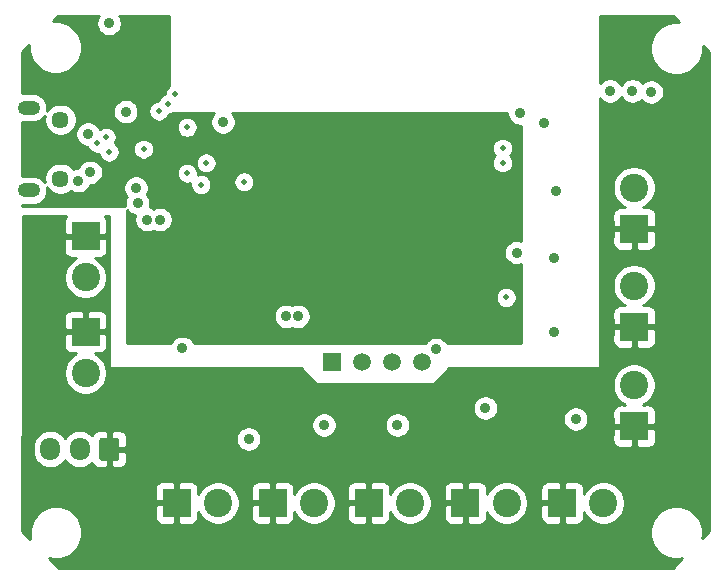
<source format=gbr>
G04 #@! TF.GenerationSoftware,KiCad,Pcbnew,(5.1.4)-1*
G04 #@! TF.CreationDate,2019-10-13T15:27:17+01:00*
G04 #@! TF.ProjectId,light_control,6c696768-745f-4636-9f6e-74726f6c2e6b,rev?*
G04 #@! TF.SameCoordinates,Original*
G04 #@! TF.FileFunction,Copper,L3,Inr*
G04 #@! TF.FilePolarity,Positive*
%FSLAX46Y46*%
G04 Gerber Fmt 4.6, Leading zero omitted, Abs format (unit mm)*
G04 Created by KiCad (PCBNEW (5.1.4)-1) date 2019-10-13 15:27:17*
%MOMM*%
%LPD*%
G04 APERTURE LIST*
%ADD10C,1.500000*%
%ADD11R,1.500000X1.500000*%
%ADD12C,2.400000*%
%ADD13R,2.400000X2.400000*%
%ADD14O,1.700000X1.950000*%
%ADD15C,0.100000*%
%ADD16C,1.700000*%
%ADD17O,1.900000X1.200000*%
%ADD18C,1.450000*%
%ADD19C,0.889000*%
%ADD20C,0.508000*%
%ADD21C,0.254000*%
G04 APERTURE END LIST*
D10*
X137520000Y-84100000D03*
X134980000Y-84100000D03*
X132440000Y-84100000D03*
D11*
X129900000Y-84100000D03*
D12*
X144650000Y-96000000D03*
D13*
X141150000Y-96000000D03*
D14*
X106000000Y-91450000D03*
X108500000Y-91450000D03*
D15*
G36*
X111624504Y-90476204D02*
G01*
X111648773Y-90479804D01*
X111672571Y-90485765D01*
X111695671Y-90494030D01*
X111717849Y-90504520D01*
X111738893Y-90517133D01*
X111758598Y-90531747D01*
X111776777Y-90548223D01*
X111793253Y-90566402D01*
X111807867Y-90586107D01*
X111820480Y-90607151D01*
X111830970Y-90629329D01*
X111839235Y-90652429D01*
X111845196Y-90676227D01*
X111848796Y-90700496D01*
X111850000Y-90725000D01*
X111850000Y-92175000D01*
X111848796Y-92199504D01*
X111845196Y-92223773D01*
X111839235Y-92247571D01*
X111830970Y-92270671D01*
X111820480Y-92292849D01*
X111807867Y-92313893D01*
X111793253Y-92333598D01*
X111776777Y-92351777D01*
X111758598Y-92368253D01*
X111738893Y-92382867D01*
X111717849Y-92395480D01*
X111695671Y-92405970D01*
X111672571Y-92414235D01*
X111648773Y-92420196D01*
X111624504Y-92423796D01*
X111600000Y-92425000D01*
X110400000Y-92425000D01*
X110375496Y-92423796D01*
X110351227Y-92420196D01*
X110327429Y-92414235D01*
X110304329Y-92405970D01*
X110282151Y-92395480D01*
X110261107Y-92382867D01*
X110241402Y-92368253D01*
X110223223Y-92351777D01*
X110206747Y-92333598D01*
X110192133Y-92313893D01*
X110179520Y-92292849D01*
X110169030Y-92270671D01*
X110160765Y-92247571D01*
X110154804Y-92223773D01*
X110151204Y-92199504D01*
X110150000Y-92175000D01*
X110150000Y-90725000D01*
X110151204Y-90700496D01*
X110154804Y-90676227D01*
X110160765Y-90652429D01*
X110169030Y-90629329D01*
X110179520Y-90607151D01*
X110192133Y-90586107D01*
X110206747Y-90566402D01*
X110223223Y-90548223D01*
X110241402Y-90531747D01*
X110261107Y-90517133D01*
X110282151Y-90504520D01*
X110304329Y-90494030D01*
X110327429Y-90485765D01*
X110351227Y-90479804D01*
X110375496Y-90476204D01*
X110400000Y-90475000D01*
X111600000Y-90475000D01*
X111624504Y-90476204D01*
X111624504Y-90476204D01*
G37*
D16*
X111000000Y-91450000D03*
D12*
X109000000Y-85000000D03*
D13*
X109000000Y-81500000D03*
D12*
X155448000Y-69300000D03*
D13*
X155448000Y-72800000D03*
D12*
X155448000Y-86000000D03*
D13*
X155448000Y-89500000D03*
D12*
X128350000Y-96000000D03*
D13*
X124850000Y-96000000D03*
D12*
X155448000Y-77600000D03*
D13*
X155448000Y-81100000D03*
D12*
X152850000Y-96000000D03*
D13*
X149350000Y-96000000D03*
D12*
X136478000Y-96000000D03*
D13*
X132978000Y-96000000D03*
D12*
X120200000Y-96000000D03*
D13*
X116700000Y-96000000D03*
D12*
X109000000Y-76900000D03*
D13*
X109000000Y-73400000D03*
D17*
X104172500Y-69540000D03*
X104172500Y-62540000D03*
D18*
X106872500Y-68540000D03*
X106872500Y-63540000D03*
D19*
X150495000Y-88900000D03*
X112395000Y-62865000D03*
D20*
X110744000Y-65024000D03*
X113904000Y-66040000D03*
X117602000Y-68072000D03*
D19*
X120650000Y-63754000D03*
X127000000Y-80200000D03*
X126000000Y-80200000D03*
X122800000Y-90600000D03*
X142850000Y-87950000D03*
X111000000Y-55400000D03*
X148700000Y-81500000D03*
X148700000Y-75300000D03*
X148800000Y-69600000D03*
X145800000Y-63000000D03*
X147800000Y-63800000D03*
X153400000Y-61100000D03*
X155300000Y-61100000D03*
X156900000Y-61200000D03*
X108400000Y-68700000D03*
X113400000Y-70600000D03*
X114200000Y-72000000D03*
X115300000Y-72000000D03*
X117200000Y-82900000D03*
X135400000Y-89400000D03*
X129200000Y-89400000D03*
X138700000Y-83000000D03*
X123190000Y-64135000D03*
X109855000Y-63500000D03*
X116400000Y-75800000D03*
X117700000Y-75800000D03*
D20*
X111400000Y-68500000D03*
D19*
X126500000Y-81800000D03*
X109220000Y-64770000D03*
X113284000Y-69342000D03*
X109400000Y-68000000D03*
D20*
X117600000Y-64200000D03*
X119200000Y-67200000D03*
X122400000Y-68800000D03*
X144600000Y-78600000D03*
X118758750Y-69041250D03*
X116600000Y-61400000D03*
X116000000Y-62200000D03*
X144300000Y-67200000D03*
X115196958Y-62824520D03*
X144300000Y-65950000D03*
X109982000Y-65532000D03*
X110998000Y-66294000D03*
D19*
X145500000Y-74800000D03*
D21*
G36*
X110043360Y-54888665D02*
G01*
X109961985Y-55085122D01*
X109920500Y-55293679D01*
X109920500Y-55506321D01*
X109961985Y-55714878D01*
X110043360Y-55911335D01*
X110161498Y-56088141D01*
X110311859Y-56238502D01*
X110488665Y-56356640D01*
X110685122Y-56438015D01*
X110893679Y-56479500D01*
X111106321Y-56479500D01*
X111314878Y-56438015D01*
X111511335Y-56356640D01*
X111688141Y-56238502D01*
X111838502Y-56088141D01*
X111956640Y-55911335D01*
X112038015Y-55714878D01*
X112079500Y-55506321D01*
X112079500Y-55293679D01*
X112038015Y-55085122D01*
X111956640Y-54888665D01*
X111855301Y-54737000D01*
X116046875Y-54737000D01*
X116046875Y-60700396D01*
X116033296Y-60709469D01*
X115909469Y-60833296D01*
X115812179Y-60978901D01*
X115745164Y-61140688D01*
X115711000Y-61312441D01*
X115711000Y-61357461D01*
X115578901Y-61412179D01*
X115433296Y-61509469D01*
X115309469Y-61633296D01*
X115212179Y-61778901D01*
X115147305Y-61935520D01*
X115109399Y-61935520D01*
X114937646Y-61969684D01*
X114775859Y-62036699D01*
X114630254Y-62133989D01*
X114506427Y-62257816D01*
X114409137Y-62403421D01*
X114342122Y-62565208D01*
X114307958Y-62736961D01*
X114307958Y-62912079D01*
X114342122Y-63083832D01*
X114409137Y-63245619D01*
X114506427Y-63391224D01*
X114630254Y-63515051D01*
X114775859Y-63612341D01*
X114937646Y-63679356D01*
X115109399Y-63713520D01*
X115284517Y-63713520D01*
X115456270Y-63679356D01*
X115618057Y-63612341D01*
X115763662Y-63515051D01*
X115887489Y-63391224D01*
X115984779Y-63245619D01*
X116049653Y-63089000D01*
X116087559Y-63089000D01*
X116259312Y-63054836D01*
X116411010Y-62992000D01*
X119885357Y-62992000D01*
X119811498Y-63065859D01*
X119693360Y-63242665D01*
X119611985Y-63439122D01*
X119570500Y-63647679D01*
X119570500Y-63860321D01*
X119611985Y-64068878D01*
X119693360Y-64265335D01*
X119811498Y-64442141D01*
X119961859Y-64592502D01*
X120138665Y-64710640D01*
X120335122Y-64792015D01*
X120543679Y-64833500D01*
X120756321Y-64833500D01*
X120964878Y-64792015D01*
X121161335Y-64710640D01*
X121338141Y-64592502D01*
X121488502Y-64442141D01*
X121606640Y-64265335D01*
X121688015Y-64068878D01*
X121729500Y-63860321D01*
X121729500Y-63647679D01*
X121688015Y-63439122D01*
X121606640Y-63242665D01*
X121488502Y-63065859D01*
X121414643Y-62992000D01*
X144720500Y-62992000D01*
X144720500Y-63106321D01*
X144761985Y-63314878D01*
X144843360Y-63511335D01*
X144961498Y-63688141D01*
X145111859Y-63838502D01*
X145288665Y-63956640D01*
X145485122Y-64038015D01*
X145693679Y-64079500D01*
X145891875Y-64079500D01*
X145891875Y-73793878D01*
X145814878Y-73761985D01*
X145606321Y-73720500D01*
X145393679Y-73720500D01*
X145185122Y-73761985D01*
X144988665Y-73843360D01*
X144811859Y-73961498D01*
X144661498Y-74111859D01*
X144543360Y-74288665D01*
X144461985Y-74485122D01*
X144420500Y-74693679D01*
X144420500Y-74906321D01*
X144461985Y-75114878D01*
X144543360Y-75311335D01*
X144661498Y-75488141D01*
X144811859Y-75638502D01*
X144988665Y-75756640D01*
X145185122Y-75838015D01*
X145393679Y-75879500D01*
X145606321Y-75879500D01*
X145814878Y-75838015D01*
X145891875Y-75806122D01*
X145891875Y-82423000D01*
X139612764Y-82423000D01*
X139538502Y-82311859D01*
X139388141Y-82161498D01*
X139211335Y-82043360D01*
X139014878Y-81961985D01*
X138806321Y-81920500D01*
X138593679Y-81920500D01*
X138385122Y-81961985D01*
X138188665Y-82043360D01*
X138011859Y-82161498D01*
X137861498Y-82311859D01*
X137787236Y-82423000D01*
X118170862Y-82423000D01*
X118156640Y-82388665D01*
X118038502Y-82211859D01*
X117888141Y-82061498D01*
X117711335Y-81943360D01*
X117514878Y-81861985D01*
X117306321Y-81820500D01*
X117093679Y-81820500D01*
X116885122Y-81861985D01*
X116688665Y-81943360D01*
X116511859Y-82061498D01*
X116361498Y-82211859D01*
X116243360Y-82388665D01*
X116229138Y-82423000D01*
X112490875Y-82423000D01*
X112490875Y-80093679D01*
X124920500Y-80093679D01*
X124920500Y-80306321D01*
X124961985Y-80514878D01*
X125043360Y-80711335D01*
X125161498Y-80888141D01*
X125311859Y-81038502D01*
X125488665Y-81156640D01*
X125685122Y-81238015D01*
X125893679Y-81279500D01*
X126106321Y-81279500D01*
X126314878Y-81238015D01*
X126500000Y-81161335D01*
X126685122Y-81238015D01*
X126893679Y-81279500D01*
X127106321Y-81279500D01*
X127314878Y-81238015D01*
X127511335Y-81156640D01*
X127688141Y-81038502D01*
X127838502Y-80888141D01*
X127956640Y-80711335D01*
X128038015Y-80514878D01*
X128079500Y-80306321D01*
X128079500Y-80093679D01*
X128038015Y-79885122D01*
X127956640Y-79688665D01*
X127838502Y-79511859D01*
X127688141Y-79361498D01*
X127511335Y-79243360D01*
X127314878Y-79161985D01*
X127106321Y-79120500D01*
X126893679Y-79120500D01*
X126685122Y-79161985D01*
X126500000Y-79238665D01*
X126314878Y-79161985D01*
X126106321Y-79120500D01*
X125893679Y-79120500D01*
X125685122Y-79161985D01*
X125488665Y-79243360D01*
X125311859Y-79361498D01*
X125161498Y-79511859D01*
X125043360Y-79688665D01*
X124961985Y-79885122D01*
X124920500Y-80093679D01*
X112490875Y-80093679D01*
X112490875Y-78512441D01*
X143711000Y-78512441D01*
X143711000Y-78687559D01*
X143745164Y-78859312D01*
X143812179Y-79021099D01*
X143909469Y-79166704D01*
X144033296Y-79290531D01*
X144178901Y-79387821D01*
X144340688Y-79454836D01*
X144512441Y-79489000D01*
X144687559Y-79489000D01*
X144859312Y-79454836D01*
X145021099Y-79387821D01*
X145166704Y-79290531D01*
X145290531Y-79166704D01*
X145387821Y-79021099D01*
X145454836Y-78859312D01*
X145489000Y-78687559D01*
X145489000Y-78512441D01*
X145454836Y-78340688D01*
X145387821Y-78178901D01*
X145290531Y-78033296D01*
X145166704Y-77909469D01*
X145021099Y-77812179D01*
X144859312Y-77745164D01*
X144687559Y-77711000D01*
X144512441Y-77711000D01*
X144340688Y-77745164D01*
X144178901Y-77812179D01*
X144033296Y-77909469D01*
X143909469Y-78033296D01*
X143812179Y-78178901D01*
X143745164Y-78340688D01*
X143711000Y-78512441D01*
X112490875Y-78512441D01*
X112490875Y-71182446D01*
X112561498Y-71288141D01*
X112711859Y-71438502D01*
X112888665Y-71556640D01*
X113085122Y-71638015D01*
X113174161Y-71655726D01*
X113161985Y-71685122D01*
X113120500Y-71893679D01*
X113120500Y-72106321D01*
X113161985Y-72314878D01*
X113243360Y-72511335D01*
X113361498Y-72688141D01*
X113511859Y-72838502D01*
X113688665Y-72956640D01*
X113885122Y-73038015D01*
X114093679Y-73079500D01*
X114306321Y-73079500D01*
X114514878Y-73038015D01*
X114711335Y-72956640D01*
X114750000Y-72930805D01*
X114788665Y-72956640D01*
X114985122Y-73038015D01*
X115193679Y-73079500D01*
X115406321Y-73079500D01*
X115614878Y-73038015D01*
X115811335Y-72956640D01*
X115988141Y-72838502D01*
X116138502Y-72688141D01*
X116256640Y-72511335D01*
X116338015Y-72314878D01*
X116379500Y-72106321D01*
X116379500Y-71893679D01*
X116338015Y-71685122D01*
X116256640Y-71488665D01*
X116138502Y-71311859D01*
X115988141Y-71161498D01*
X115811335Y-71043360D01*
X115614878Y-70961985D01*
X115406321Y-70920500D01*
X115193679Y-70920500D01*
X114985122Y-70961985D01*
X114788665Y-71043360D01*
X114750000Y-71069195D01*
X114711335Y-71043360D01*
X114514878Y-70961985D01*
X114425839Y-70944274D01*
X114438015Y-70914878D01*
X114479500Y-70706321D01*
X114479500Y-70493679D01*
X114438015Y-70285122D01*
X114356640Y-70088665D01*
X114238502Y-69911859D01*
X114216342Y-69889699D01*
X114240640Y-69853335D01*
X114322015Y-69656878D01*
X114363500Y-69448321D01*
X114363500Y-69235679D01*
X114322015Y-69027122D01*
X114240640Y-68830665D01*
X114122502Y-68653859D01*
X113972141Y-68503498D01*
X113795335Y-68385360D01*
X113598878Y-68303985D01*
X113390321Y-68262500D01*
X113177679Y-68262500D01*
X112969122Y-68303985D01*
X112772665Y-68385360D01*
X112595859Y-68503498D01*
X112445498Y-68653859D01*
X112327360Y-68830665D01*
X112245985Y-69027122D01*
X112204500Y-69235679D01*
X112204500Y-69448321D01*
X112245985Y-69656878D01*
X112327360Y-69853335D01*
X112445498Y-70030141D01*
X112467658Y-70052301D01*
X112443360Y-70088665D01*
X112361985Y-70285122D01*
X112320500Y-70493679D01*
X112320500Y-70706321D01*
X112353655Y-70873000D01*
X103600875Y-70873000D01*
X103600875Y-70759147D01*
X103761835Y-70775000D01*
X104583165Y-70775000D01*
X104764602Y-70757130D01*
X104997401Y-70686511D01*
X105211949Y-70571833D01*
X105400002Y-70417502D01*
X105554333Y-70229449D01*
X105669011Y-70014901D01*
X105739630Y-69782102D01*
X105763475Y-69540000D01*
X105739630Y-69297898D01*
X105736617Y-69287965D01*
X105816119Y-69406949D01*
X106005551Y-69596381D01*
X106228299Y-69745216D01*
X106475803Y-69847736D01*
X106738552Y-69900000D01*
X107006448Y-69900000D01*
X107269197Y-69847736D01*
X107516701Y-69745216D01*
X107739449Y-69596381D01*
X107763094Y-69572736D01*
X107888665Y-69656640D01*
X108085122Y-69738015D01*
X108293679Y-69779500D01*
X108506321Y-69779500D01*
X108714878Y-69738015D01*
X108911335Y-69656640D01*
X109088141Y-69538502D01*
X109238502Y-69388141D01*
X109356640Y-69211335D01*
X109411248Y-69079500D01*
X109506321Y-69079500D01*
X109714878Y-69038015D01*
X109911335Y-68956640D01*
X110088141Y-68838502D01*
X110238502Y-68688141D01*
X110356640Y-68511335D01*
X110438015Y-68314878D01*
X110479500Y-68106321D01*
X110479500Y-67984441D01*
X116713000Y-67984441D01*
X116713000Y-68159559D01*
X116747164Y-68331312D01*
X116814179Y-68493099D01*
X116911469Y-68638704D01*
X117035296Y-68762531D01*
X117180901Y-68859821D01*
X117342688Y-68926836D01*
X117514441Y-68961000D01*
X117689559Y-68961000D01*
X117861312Y-68926836D01*
X117876329Y-68920616D01*
X117869750Y-68953691D01*
X117869750Y-69128809D01*
X117903914Y-69300562D01*
X117970929Y-69462349D01*
X118068219Y-69607954D01*
X118192046Y-69731781D01*
X118337651Y-69829071D01*
X118499438Y-69896086D01*
X118671191Y-69930250D01*
X118846309Y-69930250D01*
X119018062Y-69896086D01*
X119179849Y-69829071D01*
X119325454Y-69731781D01*
X119449281Y-69607954D01*
X119546571Y-69462349D01*
X119613586Y-69300562D01*
X119647750Y-69128809D01*
X119647750Y-68953691D01*
X119613586Y-68781938D01*
X119584800Y-68712441D01*
X121511000Y-68712441D01*
X121511000Y-68887559D01*
X121545164Y-69059312D01*
X121612179Y-69221099D01*
X121709469Y-69366704D01*
X121833296Y-69490531D01*
X121978901Y-69587821D01*
X122140688Y-69654836D01*
X122312441Y-69689000D01*
X122487559Y-69689000D01*
X122659312Y-69654836D01*
X122821099Y-69587821D01*
X122966704Y-69490531D01*
X123090531Y-69366704D01*
X123187821Y-69221099D01*
X123254836Y-69059312D01*
X123289000Y-68887559D01*
X123289000Y-68712441D01*
X123254836Y-68540688D01*
X123187821Y-68378901D01*
X123090531Y-68233296D01*
X122966704Y-68109469D01*
X122821099Y-68012179D01*
X122659312Y-67945164D01*
X122487559Y-67911000D01*
X122312441Y-67911000D01*
X122140688Y-67945164D01*
X121978901Y-68012179D01*
X121833296Y-68109469D01*
X121709469Y-68233296D01*
X121612179Y-68378901D01*
X121545164Y-68540688D01*
X121511000Y-68712441D01*
X119584800Y-68712441D01*
X119546571Y-68620151D01*
X119449281Y-68474546D01*
X119325454Y-68350719D01*
X119179849Y-68253429D01*
X119018062Y-68186414D01*
X118846309Y-68152250D01*
X118671191Y-68152250D01*
X118499438Y-68186414D01*
X118484421Y-68192634D01*
X118491000Y-68159559D01*
X118491000Y-67984441D01*
X118456836Y-67812688D01*
X118389821Y-67650901D01*
X118292531Y-67505296D01*
X118168704Y-67381469D01*
X118023099Y-67284179D01*
X117861312Y-67217164D01*
X117689559Y-67183000D01*
X117514441Y-67183000D01*
X117342688Y-67217164D01*
X117180901Y-67284179D01*
X117035296Y-67381469D01*
X116911469Y-67505296D01*
X116814179Y-67650901D01*
X116747164Y-67812688D01*
X116713000Y-67984441D01*
X110479500Y-67984441D01*
X110479500Y-67893679D01*
X110438015Y-67685122D01*
X110356640Y-67488665D01*
X110238502Y-67311859D01*
X110088141Y-67161498D01*
X109911335Y-67043360D01*
X109714878Y-66961985D01*
X109506321Y-66920500D01*
X109293679Y-66920500D01*
X109085122Y-66961985D01*
X108888665Y-67043360D01*
X108711859Y-67161498D01*
X108561498Y-67311859D01*
X108443360Y-67488665D01*
X108388752Y-67620500D01*
X108293679Y-67620500D01*
X108085122Y-67661985D01*
X107956958Y-67715072D01*
X107928881Y-67673051D01*
X107739449Y-67483619D01*
X107516701Y-67334784D01*
X107269197Y-67232264D01*
X107006448Y-67180000D01*
X106738552Y-67180000D01*
X106475803Y-67232264D01*
X106228299Y-67334784D01*
X106005551Y-67483619D01*
X105816119Y-67673051D01*
X105667284Y-67895799D01*
X105564764Y-68143303D01*
X105512500Y-68406052D01*
X105512500Y-68673948D01*
X105545484Y-68839768D01*
X105400002Y-68662498D01*
X105211949Y-68508167D01*
X104997401Y-68393489D01*
X104764602Y-68322870D01*
X104583165Y-68305000D01*
X103761835Y-68305000D01*
X103600875Y-68320853D01*
X103600875Y-63759147D01*
X103761835Y-63775000D01*
X104583165Y-63775000D01*
X104764602Y-63757130D01*
X104997401Y-63686511D01*
X105211949Y-63571833D01*
X105400002Y-63417502D01*
X105545484Y-63240232D01*
X105512500Y-63406052D01*
X105512500Y-63673948D01*
X105564764Y-63936697D01*
X105667284Y-64184201D01*
X105816119Y-64406949D01*
X106005551Y-64596381D01*
X106228299Y-64745216D01*
X106475803Y-64847736D01*
X106738552Y-64900000D01*
X107006448Y-64900000D01*
X107269197Y-64847736D01*
X107516701Y-64745216D01*
X107638730Y-64663679D01*
X108140500Y-64663679D01*
X108140500Y-64876321D01*
X108181985Y-65084878D01*
X108263360Y-65281335D01*
X108381498Y-65458141D01*
X108531859Y-65608502D01*
X108708665Y-65726640D01*
X108905122Y-65808015D01*
X109113679Y-65849500D01*
X109151266Y-65849500D01*
X109194179Y-65953099D01*
X109291469Y-66098704D01*
X109415296Y-66222531D01*
X109560901Y-66319821D01*
X109722688Y-66386836D01*
X109894441Y-66421000D01*
X110069559Y-66421000D01*
X110115046Y-66411952D01*
X110143164Y-66553312D01*
X110210179Y-66715099D01*
X110307469Y-66860704D01*
X110431296Y-66984531D01*
X110576901Y-67081821D01*
X110738688Y-67148836D01*
X110910441Y-67183000D01*
X111085559Y-67183000D01*
X111257312Y-67148836D01*
X111345176Y-67112441D01*
X118311000Y-67112441D01*
X118311000Y-67287559D01*
X118345164Y-67459312D01*
X118412179Y-67621099D01*
X118509469Y-67766704D01*
X118633296Y-67890531D01*
X118778901Y-67987821D01*
X118940688Y-68054836D01*
X119112441Y-68089000D01*
X119287559Y-68089000D01*
X119459312Y-68054836D01*
X119621099Y-67987821D01*
X119766704Y-67890531D01*
X119890531Y-67766704D01*
X119987821Y-67621099D01*
X120054836Y-67459312D01*
X120089000Y-67287559D01*
X120089000Y-67112441D01*
X120054836Y-66940688D01*
X119987821Y-66778901D01*
X119890531Y-66633296D01*
X119766704Y-66509469D01*
X119621099Y-66412179D01*
X119459312Y-66345164D01*
X119287559Y-66311000D01*
X119112441Y-66311000D01*
X118940688Y-66345164D01*
X118778901Y-66412179D01*
X118633296Y-66509469D01*
X118509469Y-66633296D01*
X118412179Y-66778901D01*
X118345164Y-66940688D01*
X118311000Y-67112441D01*
X111345176Y-67112441D01*
X111419099Y-67081821D01*
X111564704Y-66984531D01*
X111688531Y-66860704D01*
X111785821Y-66715099D01*
X111852836Y-66553312D01*
X111887000Y-66381559D01*
X111887000Y-66206441D01*
X111852836Y-66034688D01*
X111818768Y-65952441D01*
X113015000Y-65952441D01*
X113015000Y-66127559D01*
X113049164Y-66299312D01*
X113116179Y-66461099D01*
X113213469Y-66606704D01*
X113337296Y-66730531D01*
X113482901Y-66827821D01*
X113644688Y-66894836D01*
X113816441Y-66929000D01*
X113991559Y-66929000D01*
X114163312Y-66894836D01*
X114325099Y-66827821D01*
X114470704Y-66730531D01*
X114594531Y-66606704D01*
X114691821Y-66461099D01*
X114758836Y-66299312D01*
X114793000Y-66127559D01*
X114793000Y-65952441D01*
X114775098Y-65862441D01*
X143411000Y-65862441D01*
X143411000Y-66037559D01*
X143445164Y-66209312D01*
X143512179Y-66371099D01*
X143609469Y-66516704D01*
X143667765Y-66575000D01*
X143609469Y-66633296D01*
X143512179Y-66778901D01*
X143445164Y-66940688D01*
X143411000Y-67112441D01*
X143411000Y-67287559D01*
X143445164Y-67459312D01*
X143512179Y-67621099D01*
X143609469Y-67766704D01*
X143733296Y-67890531D01*
X143878901Y-67987821D01*
X144040688Y-68054836D01*
X144212441Y-68089000D01*
X144387559Y-68089000D01*
X144559312Y-68054836D01*
X144721099Y-67987821D01*
X144866704Y-67890531D01*
X144990531Y-67766704D01*
X145087821Y-67621099D01*
X145154836Y-67459312D01*
X145189000Y-67287559D01*
X145189000Y-67112441D01*
X145154836Y-66940688D01*
X145087821Y-66778901D01*
X144990531Y-66633296D01*
X144932235Y-66575000D01*
X144990531Y-66516704D01*
X145087821Y-66371099D01*
X145154836Y-66209312D01*
X145189000Y-66037559D01*
X145189000Y-65862441D01*
X145154836Y-65690688D01*
X145087821Y-65528901D01*
X144990531Y-65383296D01*
X144866704Y-65259469D01*
X144721099Y-65162179D01*
X144559312Y-65095164D01*
X144387559Y-65061000D01*
X144212441Y-65061000D01*
X144040688Y-65095164D01*
X143878901Y-65162179D01*
X143733296Y-65259469D01*
X143609469Y-65383296D01*
X143512179Y-65528901D01*
X143445164Y-65690688D01*
X143411000Y-65862441D01*
X114775098Y-65862441D01*
X114758836Y-65780688D01*
X114691821Y-65618901D01*
X114594531Y-65473296D01*
X114470704Y-65349469D01*
X114325099Y-65252179D01*
X114163312Y-65185164D01*
X113991559Y-65151000D01*
X113816441Y-65151000D01*
X113644688Y-65185164D01*
X113482901Y-65252179D01*
X113337296Y-65349469D01*
X113213469Y-65473296D01*
X113116179Y-65618901D01*
X113049164Y-65780688D01*
X113015000Y-65952441D01*
X111818768Y-65952441D01*
X111785821Y-65872901D01*
X111688531Y-65727296D01*
X111564704Y-65603469D01*
X111468813Y-65539397D01*
X111531821Y-65445099D01*
X111598836Y-65283312D01*
X111633000Y-65111559D01*
X111633000Y-64936441D01*
X111598836Y-64764688D01*
X111531821Y-64602901D01*
X111434531Y-64457296D01*
X111310704Y-64333469D01*
X111165099Y-64236179D01*
X111003312Y-64169164D01*
X110831559Y-64135000D01*
X110656441Y-64135000D01*
X110484688Y-64169164D01*
X110322901Y-64236179D01*
X110201050Y-64317597D01*
X110176640Y-64258665D01*
X110078937Y-64112441D01*
X116711000Y-64112441D01*
X116711000Y-64287559D01*
X116745164Y-64459312D01*
X116812179Y-64621099D01*
X116909469Y-64766704D01*
X117033296Y-64890531D01*
X117178901Y-64987821D01*
X117340688Y-65054836D01*
X117512441Y-65089000D01*
X117687559Y-65089000D01*
X117859312Y-65054836D01*
X118021099Y-64987821D01*
X118166704Y-64890531D01*
X118290531Y-64766704D01*
X118387821Y-64621099D01*
X118454836Y-64459312D01*
X118489000Y-64287559D01*
X118489000Y-64112441D01*
X118454836Y-63940688D01*
X118387821Y-63778901D01*
X118290531Y-63633296D01*
X118166704Y-63509469D01*
X118021099Y-63412179D01*
X117859312Y-63345164D01*
X117687559Y-63311000D01*
X117512441Y-63311000D01*
X117340688Y-63345164D01*
X117178901Y-63412179D01*
X117033296Y-63509469D01*
X116909469Y-63633296D01*
X116812179Y-63778901D01*
X116745164Y-63940688D01*
X116711000Y-64112441D01*
X110078937Y-64112441D01*
X110058502Y-64081859D01*
X109908141Y-63931498D01*
X109731335Y-63813360D01*
X109534878Y-63731985D01*
X109326321Y-63690500D01*
X109113679Y-63690500D01*
X108905122Y-63731985D01*
X108708665Y-63813360D01*
X108531859Y-63931498D01*
X108381498Y-64081859D01*
X108263360Y-64258665D01*
X108181985Y-64455122D01*
X108140500Y-64663679D01*
X107638730Y-64663679D01*
X107739449Y-64596381D01*
X107928881Y-64406949D01*
X108077716Y-64184201D01*
X108180236Y-63936697D01*
X108232500Y-63673948D01*
X108232500Y-63406052D01*
X108180236Y-63143303D01*
X108077716Y-62895799D01*
X107986096Y-62758679D01*
X111315500Y-62758679D01*
X111315500Y-62971321D01*
X111356985Y-63179878D01*
X111438360Y-63376335D01*
X111556498Y-63553141D01*
X111706859Y-63703502D01*
X111883665Y-63821640D01*
X112080122Y-63903015D01*
X112288679Y-63944500D01*
X112501321Y-63944500D01*
X112709878Y-63903015D01*
X112906335Y-63821640D01*
X113083141Y-63703502D01*
X113233502Y-63553141D01*
X113351640Y-63376335D01*
X113433015Y-63179878D01*
X113474500Y-62971321D01*
X113474500Y-62758679D01*
X113433015Y-62550122D01*
X113351640Y-62353665D01*
X113233502Y-62176859D01*
X113083141Y-62026498D01*
X112906335Y-61908360D01*
X112709878Y-61826985D01*
X112501321Y-61785500D01*
X112288679Y-61785500D01*
X112080122Y-61826985D01*
X111883665Y-61908360D01*
X111706859Y-62026498D01*
X111556498Y-62176859D01*
X111438360Y-62353665D01*
X111356985Y-62550122D01*
X111315500Y-62758679D01*
X107986096Y-62758679D01*
X107928881Y-62673051D01*
X107739449Y-62483619D01*
X107516701Y-62334784D01*
X107269197Y-62232264D01*
X107006448Y-62180000D01*
X106738552Y-62180000D01*
X106475803Y-62232264D01*
X106228299Y-62334784D01*
X106005551Y-62483619D01*
X105816119Y-62673051D01*
X105736617Y-62792035D01*
X105739630Y-62782102D01*
X105763475Y-62540000D01*
X105739630Y-62297898D01*
X105669011Y-62065099D01*
X105554333Y-61850551D01*
X105400002Y-61662498D01*
X105211949Y-61508167D01*
X104997401Y-61393489D01*
X104764602Y-61322870D01*
X104583165Y-61305000D01*
X103761835Y-61305000D01*
X103600875Y-61320853D01*
X103600875Y-57837606D01*
X104216587Y-57221894D01*
X104215000Y-57229872D01*
X104215000Y-57670128D01*
X104300890Y-58101925D01*
X104469369Y-58508669D01*
X104713962Y-58874729D01*
X105025271Y-59186038D01*
X105391331Y-59430631D01*
X105798075Y-59599110D01*
X106229872Y-59685000D01*
X106670128Y-59685000D01*
X107101925Y-59599110D01*
X107508669Y-59430631D01*
X107874729Y-59186038D01*
X108186038Y-58874729D01*
X108430631Y-58508669D01*
X108599110Y-58101925D01*
X108685000Y-57670128D01*
X108685000Y-57229872D01*
X108599110Y-56798075D01*
X108430631Y-56391331D01*
X108186038Y-56025271D01*
X107874729Y-55713962D01*
X107508669Y-55469369D01*
X107101925Y-55300890D01*
X106670128Y-55215000D01*
X106229872Y-55215000D01*
X106221894Y-55216587D01*
X106701481Y-54737000D01*
X110144699Y-54737000D01*
X110043360Y-54888665D01*
X110043360Y-54888665D01*
G37*
X110043360Y-54888665D02*
X109961985Y-55085122D01*
X109920500Y-55293679D01*
X109920500Y-55506321D01*
X109961985Y-55714878D01*
X110043360Y-55911335D01*
X110161498Y-56088141D01*
X110311859Y-56238502D01*
X110488665Y-56356640D01*
X110685122Y-56438015D01*
X110893679Y-56479500D01*
X111106321Y-56479500D01*
X111314878Y-56438015D01*
X111511335Y-56356640D01*
X111688141Y-56238502D01*
X111838502Y-56088141D01*
X111956640Y-55911335D01*
X112038015Y-55714878D01*
X112079500Y-55506321D01*
X112079500Y-55293679D01*
X112038015Y-55085122D01*
X111956640Y-54888665D01*
X111855301Y-54737000D01*
X116046875Y-54737000D01*
X116046875Y-60700396D01*
X116033296Y-60709469D01*
X115909469Y-60833296D01*
X115812179Y-60978901D01*
X115745164Y-61140688D01*
X115711000Y-61312441D01*
X115711000Y-61357461D01*
X115578901Y-61412179D01*
X115433296Y-61509469D01*
X115309469Y-61633296D01*
X115212179Y-61778901D01*
X115147305Y-61935520D01*
X115109399Y-61935520D01*
X114937646Y-61969684D01*
X114775859Y-62036699D01*
X114630254Y-62133989D01*
X114506427Y-62257816D01*
X114409137Y-62403421D01*
X114342122Y-62565208D01*
X114307958Y-62736961D01*
X114307958Y-62912079D01*
X114342122Y-63083832D01*
X114409137Y-63245619D01*
X114506427Y-63391224D01*
X114630254Y-63515051D01*
X114775859Y-63612341D01*
X114937646Y-63679356D01*
X115109399Y-63713520D01*
X115284517Y-63713520D01*
X115456270Y-63679356D01*
X115618057Y-63612341D01*
X115763662Y-63515051D01*
X115887489Y-63391224D01*
X115984779Y-63245619D01*
X116049653Y-63089000D01*
X116087559Y-63089000D01*
X116259312Y-63054836D01*
X116411010Y-62992000D01*
X119885357Y-62992000D01*
X119811498Y-63065859D01*
X119693360Y-63242665D01*
X119611985Y-63439122D01*
X119570500Y-63647679D01*
X119570500Y-63860321D01*
X119611985Y-64068878D01*
X119693360Y-64265335D01*
X119811498Y-64442141D01*
X119961859Y-64592502D01*
X120138665Y-64710640D01*
X120335122Y-64792015D01*
X120543679Y-64833500D01*
X120756321Y-64833500D01*
X120964878Y-64792015D01*
X121161335Y-64710640D01*
X121338141Y-64592502D01*
X121488502Y-64442141D01*
X121606640Y-64265335D01*
X121688015Y-64068878D01*
X121729500Y-63860321D01*
X121729500Y-63647679D01*
X121688015Y-63439122D01*
X121606640Y-63242665D01*
X121488502Y-63065859D01*
X121414643Y-62992000D01*
X144720500Y-62992000D01*
X144720500Y-63106321D01*
X144761985Y-63314878D01*
X144843360Y-63511335D01*
X144961498Y-63688141D01*
X145111859Y-63838502D01*
X145288665Y-63956640D01*
X145485122Y-64038015D01*
X145693679Y-64079500D01*
X145891875Y-64079500D01*
X145891875Y-73793878D01*
X145814878Y-73761985D01*
X145606321Y-73720500D01*
X145393679Y-73720500D01*
X145185122Y-73761985D01*
X144988665Y-73843360D01*
X144811859Y-73961498D01*
X144661498Y-74111859D01*
X144543360Y-74288665D01*
X144461985Y-74485122D01*
X144420500Y-74693679D01*
X144420500Y-74906321D01*
X144461985Y-75114878D01*
X144543360Y-75311335D01*
X144661498Y-75488141D01*
X144811859Y-75638502D01*
X144988665Y-75756640D01*
X145185122Y-75838015D01*
X145393679Y-75879500D01*
X145606321Y-75879500D01*
X145814878Y-75838015D01*
X145891875Y-75806122D01*
X145891875Y-82423000D01*
X139612764Y-82423000D01*
X139538502Y-82311859D01*
X139388141Y-82161498D01*
X139211335Y-82043360D01*
X139014878Y-81961985D01*
X138806321Y-81920500D01*
X138593679Y-81920500D01*
X138385122Y-81961985D01*
X138188665Y-82043360D01*
X138011859Y-82161498D01*
X137861498Y-82311859D01*
X137787236Y-82423000D01*
X118170862Y-82423000D01*
X118156640Y-82388665D01*
X118038502Y-82211859D01*
X117888141Y-82061498D01*
X117711335Y-81943360D01*
X117514878Y-81861985D01*
X117306321Y-81820500D01*
X117093679Y-81820500D01*
X116885122Y-81861985D01*
X116688665Y-81943360D01*
X116511859Y-82061498D01*
X116361498Y-82211859D01*
X116243360Y-82388665D01*
X116229138Y-82423000D01*
X112490875Y-82423000D01*
X112490875Y-80093679D01*
X124920500Y-80093679D01*
X124920500Y-80306321D01*
X124961985Y-80514878D01*
X125043360Y-80711335D01*
X125161498Y-80888141D01*
X125311859Y-81038502D01*
X125488665Y-81156640D01*
X125685122Y-81238015D01*
X125893679Y-81279500D01*
X126106321Y-81279500D01*
X126314878Y-81238015D01*
X126500000Y-81161335D01*
X126685122Y-81238015D01*
X126893679Y-81279500D01*
X127106321Y-81279500D01*
X127314878Y-81238015D01*
X127511335Y-81156640D01*
X127688141Y-81038502D01*
X127838502Y-80888141D01*
X127956640Y-80711335D01*
X128038015Y-80514878D01*
X128079500Y-80306321D01*
X128079500Y-80093679D01*
X128038015Y-79885122D01*
X127956640Y-79688665D01*
X127838502Y-79511859D01*
X127688141Y-79361498D01*
X127511335Y-79243360D01*
X127314878Y-79161985D01*
X127106321Y-79120500D01*
X126893679Y-79120500D01*
X126685122Y-79161985D01*
X126500000Y-79238665D01*
X126314878Y-79161985D01*
X126106321Y-79120500D01*
X125893679Y-79120500D01*
X125685122Y-79161985D01*
X125488665Y-79243360D01*
X125311859Y-79361498D01*
X125161498Y-79511859D01*
X125043360Y-79688665D01*
X124961985Y-79885122D01*
X124920500Y-80093679D01*
X112490875Y-80093679D01*
X112490875Y-78512441D01*
X143711000Y-78512441D01*
X143711000Y-78687559D01*
X143745164Y-78859312D01*
X143812179Y-79021099D01*
X143909469Y-79166704D01*
X144033296Y-79290531D01*
X144178901Y-79387821D01*
X144340688Y-79454836D01*
X144512441Y-79489000D01*
X144687559Y-79489000D01*
X144859312Y-79454836D01*
X145021099Y-79387821D01*
X145166704Y-79290531D01*
X145290531Y-79166704D01*
X145387821Y-79021099D01*
X145454836Y-78859312D01*
X145489000Y-78687559D01*
X145489000Y-78512441D01*
X145454836Y-78340688D01*
X145387821Y-78178901D01*
X145290531Y-78033296D01*
X145166704Y-77909469D01*
X145021099Y-77812179D01*
X144859312Y-77745164D01*
X144687559Y-77711000D01*
X144512441Y-77711000D01*
X144340688Y-77745164D01*
X144178901Y-77812179D01*
X144033296Y-77909469D01*
X143909469Y-78033296D01*
X143812179Y-78178901D01*
X143745164Y-78340688D01*
X143711000Y-78512441D01*
X112490875Y-78512441D01*
X112490875Y-71182446D01*
X112561498Y-71288141D01*
X112711859Y-71438502D01*
X112888665Y-71556640D01*
X113085122Y-71638015D01*
X113174161Y-71655726D01*
X113161985Y-71685122D01*
X113120500Y-71893679D01*
X113120500Y-72106321D01*
X113161985Y-72314878D01*
X113243360Y-72511335D01*
X113361498Y-72688141D01*
X113511859Y-72838502D01*
X113688665Y-72956640D01*
X113885122Y-73038015D01*
X114093679Y-73079500D01*
X114306321Y-73079500D01*
X114514878Y-73038015D01*
X114711335Y-72956640D01*
X114750000Y-72930805D01*
X114788665Y-72956640D01*
X114985122Y-73038015D01*
X115193679Y-73079500D01*
X115406321Y-73079500D01*
X115614878Y-73038015D01*
X115811335Y-72956640D01*
X115988141Y-72838502D01*
X116138502Y-72688141D01*
X116256640Y-72511335D01*
X116338015Y-72314878D01*
X116379500Y-72106321D01*
X116379500Y-71893679D01*
X116338015Y-71685122D01*
X116256640Y-71488665D01*
X116138502Y-71311859D01*
X115988141Y-71161498D01*
X115811335Y-71043360D01*
X115614878Y-70961985D01*
X115406321Y-70920500D01*
X115193679Y-70920500D01*
X114985122Y-70961985D01*
X114788665Y-71043360D01*
X114750000Y-71069195D01*
X114711335Y-71043360D01*
X114514878Y-70961985D01*
X114425839Y-70944274D01*
X114438015Y-70914878D01*
X114479500Y-70706321D01*
X114479500Y-70493679D01*
X114438015Y-70285122D01*
X114356640Y-70088665D01*
X114238502Y-69911859D01*
X114216342Y-69889699D01*
X114240640Y-69853335D01*
X114322015Y-69656878D01*
X114363500Y-69448321D01*
X114363500Y-69235679D01*
X114322015Y-69027122D01*
X114240640Y-68830665D01*
X114122502Y-68653859D01*
X113972141Y-68503498D01*
X113795335Y-68385360D01*
X113598878Y-68303985D01*
X113390321Y-68262500D01*
X113177679Y-68262500D01*
X112969122Y-68303985D01*
X112772665Y-68385360D01*
X112595859Y-68503498D01*
X112445498Y-68653859D01*
X112327360Y-68830665D01*
X112245985Y-69027122D01*
X112204500Y-69235679D01*
X112204500Y-69448321D01*
X112245985Y-69656878D01*
X112327360Y-69853335D01*
X112445498Y-70030141D01*
X112467658Y-70052301D01*
X112443360Y-70088665D01*
X112361985Y-70285122D01*
X112320500Y-70493679D01*
X112320500Y-70706321D01*
X112353655Y-70873000D01*
X103600875Y-70873000D01*
X103600875Y-70759147D01*
X103761835Y-70775000D01*
X104583165Y-70775000D01*
X104764602Y-70757130D01*
X104997401Y-70686511D01*
X105211949Y-70571833D01*
X105400002Y-70417502D01*
X105554333Y-70229449D01*
X105669011Y-70014901D01*
X105739630Y-69782102D01*
X105763475Y-69540000D01*
X105739630Y-69297898D01*
X105736617Y-69287965D01*
X105816119Y-69406949D01*
X106005551Y-69596381D01*
X106228299Y-69745216D01*
X106475803Y-69847736D01*
X106738552Y-69900000D01*
X107006448Y-69900000D01*
X107269197Y-69847736D01*
X107516701Y-69745216D01*
X107739449Y-69596381D01*
X107763094Y-69572736D01*
X107888665Y-69656640D01*
X108085122Y-69738015D01*
X108293679Y-69779500D01*
X108506321Y-69779500D01*
X108714878Y-69738015D01*
X108911335Y-69656640D01*
X109088141Y-69538502D01*
X109238502Y-69388141D01*
X109356640Y-69211335D01*
X109411248Y-69079500D01*
X109506321Y-69079500D01*
X109714878Y-69038015D01*
X109911335Y-68956640D01*
X110088141Y-68838502D01*
X110238502Y-68688141D01*
X110356640Y-68511335D01*
X110438015Y-68314878D01*
X110479500Y-68106321D01*
X110479500Y-67984441D01*
X116713000Y-67984441D01*
X116713000Y-68159559D01*
X116747164Y-68331312D01*
X116814179Y-68493099D01*
X116911469Y-68638704D01*
X117035296Y-68762531D01*
X117180901Y-68859821D01*
X117342688Y-68926836D01*
X117514441Y-68961000D01*
X117689559Y-68961000D01*
X117861312Y-68926836D01*
X117876329Y-68920616D01*
X117869750Y-68953691D01*
X117869750Y-69128809D01*
X117903914Y-69300562D01*
X117970929Y-69462349D01*
X118068219Y-69607954D01*
X118192046Y-69731781D01*
X118337651Y-69829071D01*
X118499438Y-69896086D01*
X118671191Y-69930250D01*
X118846309Y-69930250D01*
X119018062Y-69896086D01*
X119179849Y-69829071D01*
X119325454Y-69731781D01*
X119449281Y-69607954D01*
X119546571Y-69462349D01*
X119613586Y-69300562D01*
X119647750Y-69128809D01*
X119647750Y-68953691D01*
X119613586Y-68781938D01*
X119584800Y-68712441D01*
X121511000Y-68712441D01*
X121511000Y-68887559D01*
X121545164Y-69059312D01*
X121612179Y-69221099D01*
X121709469Y-69366704D01*
X121833296Y-69490531D01*
X121978901Y-69587821D01*
X122140688Y-69654836D01*
X122312441Y-69689000D01*
X122487559Y-69689000D01*
X122659312Y-69654836D01*
X122821099Y-69587821D01*
X122966704Y-69490531D01*
X123090531Y-69366704D01*
X123187821Y-69221099D01*
X123254836Y-69059312D01*
X123289000Y-68887559D01*
X123289000Y-68712441D01*
X123254836Y-68540688D01*
X123187821Y-68378901D01*
X123090531Y-68233296D01*
X122966704Y-68109469D01*
X122821099Y-68012179D01*
X122659312Y-67945164D01*
X122487559Y-67911000D01*
X122312441Y-67911000D01*
X122140688Y-67945164D01*
X121978901Y-68012179D01*
X121833296Y-68109469D01*
X121709469Y-68233296D01*
X121612179Y-68378901D01*
X121545164Y-68540688D01*
X121511000Y-68712441D01*
X119584800Y-68712441D01*
X119546571Y-68620151D01*
X119449281Y-68474546D01*
X119325454Y-68350719D01*
X119179849Y-68253429D01*
X119018062Y-68186414D01*
X118846309Y-68152250D01*
X118671191Y-68152250D01*
X118499438Y-68186414D01*
X118484421Y-68192634D01*
X118491000Y-68159559D01*
X118491000Y-67984441D01*
X118456836Y-67812688D01*
X118389821Y-67650901D01*
X118292531Y-67505296D01*
X118168704Y-67381469D01*
X118023099Y-67284179D01*
X117861312Y-67217164D01*
X117689559Y-67183000D01*
X117514441Y-67183000D01*
X117342688Y-67217164D01*
X117180901Y-67284179D01*
X117035296Y-67381469D01*
X116911469Y-67505296D01*
X116814179Y-67650901D01*
X116747164Y-67812688D01*
X116713000Y-67984441D01*
X110479500Y-67984441D01*
X110479500Y-67893679D01*
X110438015Y-67685122D01*
X110356640Y-67488665D01*
X110238502Y-67311859D01*
X110088141Y-67161498D01*
X109911335Y-67043360D01*
X109714878Y-66961985D01*
X109506321Y-66920500D01*
X109293679Y-66920500D01*
X109085122Y-66961985D01*
X108888665Y-67043360D01*
X108711859Y-67161498D01*
X108561498Y-67311859D01*
X108443360Y-67488665D01*
X108388752Y-67620500D01*
X108293679Y-67620500D01*
X108085122Y-67661985D01*
X107956958Y-67715072D01*
X107928881Y-67673051D01*
X107739449Y-67483619D01*
X107516701Y-67334784D01*
X107269197Y-67232264D01*
X107006448Y-67180000D01*
X106738552Y-67180000D01*
X106475803Y-67232264D01*
X106228299Y-67334784D01*
X106005551Y-67483619D01*
X105816119Y-67673051D01*
X105667284Y-67895799D01*
X105564764Y-68143303D01*
X105512500Y-68406052D01*
X105512500Y-68673948D01*
X105545484Y-68839768D01*
X105400002Y-68662498D01*
X105211949Y-68508167D01*
X104997401Y-68393489D01*
X104764602Y-68322870D01*
X104583165Y-68305000D01*
X103761835Y-68305000D01*
X103600875Y-68320853D01*
X103600875Y-63759147D01*
X103761835Y-63775000D01*
X104583165Y-63775000D01*
X104764602Y-63757130D01*
X104997401Y-63686511D01*
X105211949Y-63571833D01*
X105400002Y-63417502D01*
X105545484Y-63240232D01*
X105512500Y-63406052D01*
X105512500Y-63673948D01*
X105564764Y-63936697D01*
X105667284Y-64184201D01*
X105816119Y-64406949D01*
X106005551Y-64596381D01*
X106228299Y-64745216D01*
X106475803Y-64847736D01*
X106738552Y-64900000D01*
X107006448Y-64900000D01*
X107269197Y-64847736D01*
X107516701Y-64745216D01*
X107638730Y-64663679D01*
X108140500Y-64663679D01*
X108140500Y-64876321D01*
X108181985Y-65084878D01*
X108263360Y-65281335D01*
X108381498Y-65458141D01*
X108531859Y-65608502D01*
X108708665Y-65726640D01*
X108905122Y-65808015D01*
X109113679Y-65849500D01*
X109151266Y-65849500D01*
X109194179Y-65953099D01*
X109291469Y-66098704D01*
X109415296Y-66222531D01*
X109560901Y-66319821D01*
X109722688Y-66386836D01*
X109894441Y-66421000D01*
X110069559Y-66421000D01*
X110115046Y-66411952D01*
X110143164Y-66553312D01*
X110210179Y-66715099D01*
X110307469Y-66860704D01*
X110431296Y-66984531D01*
X110576901Y-67081821D01*
X110738688Y-67148836D01*
X110910441Y-67183000D01*
X111085559Y-67183000D01*
X111257312Y-67148836D01*
X111345176Y-67112441D01*
X118311000Y-67112441D01*
X118311000Y-67287559D01*
X118345164Y-67459312D01*
X118412179Y-67621099D01*
X118509469Y-67766704D01*
X118633296Y-67890531D01*
X118778901Y-67987821D01*
X118940688Y-68054836D01*
X119112441Y-68089000D01*
X119287559Y-68089000D01*
X119459312Y-68054836D01*
X119621099Y-67987821D01*
X119766704Y-67890531D01*
X119890531Y-67766704D01*
X119987821Y-67621099D01*
X120054836Y-67459312D01*
X120089000Y-67287559D01*
X120089000Y-67112441D01*
X120054836Y-66940688D01*
X119987821Y-66778901D01*
X119890531Y-66633296D01*
X119766704Y-66509469D01*
X119621099Y-66412179D01*
X119459312Y-66345164D01*
X119287559Y-66311000D01*
X119112441Y-66311000D01*
X118940688Y-66345164D01*
X118778901Y-66412179D01*
X118633296Y-66509469D01*
X118509469Y-66633296D01*
X118412179Y-66778901D01*
X118345164Y-66940688D01*
X118311000Y-67112441D01*
X111345176Y-67112441D01*
X111419099Y-67081821D01*
X111564704Y-66984531D01*
X111688531Y-66860704D01*
X111785821Y-66715099D01*
X111852836Y-66553312D01*
X111887000Y-66381559D01*
X111887000Y-66206441D01*
X111852836Y-66034688D01*
X111818768Y-65952441D01*
X113015000Y-65952441D01*
X113015000Y-66127559D01*
X113049164Y-66299312D01*
X113116179Y-66461099D01*
X113213469Y-66606704D01*
X113337296Y-66730531D01*
X113482901Y-66827821D01*
X113644688Y-66894836D01*
X113816441Y-66929000D01*
X113991559Y-66929000D01*
X114163312Y-66894836D01*
X114325099Y-66827821D01*
X114470704Y-66730531D01*
X114594531Y-66606704D01*
X114691821Y-66461099D01*
X114758836Y-66299312D01*
X114793000Y-66127559D01*
X114793000Y-65952441D01*
X114775098Y-65862441D01*
X143411000Y-65862441D01*
X143411000Y-66037559D01*
X143445164Y-66209312D01*
X143512179Y-66371099D01*
X143609469Y-66516704D01*
X143667765Y-66575000D01*
X143609469Y-66633296D01*
X143512179Y-66778901D01*
X143445164Y-66940688D01*
X143411000Y-67112441D01*
X143411000Y-67287559D01*
X143445164Y-67459312D01*
X143512179Y-67621099D01*
X143609469Y-67766704D01*
X143733296Y-67890531D01*
X143878901Y-67987821D01*
X144040688Y-68054836D01*
X144212441Y-68089000D01*
X144387559Y-68089000D01*
X144559312Y-68054836D01*
X144721099Y-67987821D01*
X144866704Y-67890531D01*
X144990531Y-67766704D01*
X145087821Y-67621099D01*
X145154836Y-67459312D01*
X145189000Y-67287559D01*
X145189000Y-67112441D01*
X145154836Y-66940688D01*
X145087821Y-66778901D01*
X144990531Y-66633296D01*
X144932235Y-66575000D01*
X144990531Y-66516704D01*
X145087821Y-66371099D01*
X145154836Y-66209312D01*
X145189000Y-66037559D01*
X145189000Y-65862441D01*
X145154836Y-65690688D01*
X145087821Y-65528901D01*
X144990531Y-65383296D01*
X144866704Y-65259469D01*
X144721099Y-65162179D01*
X144559312Y-65095164D01*
X144387559Y-65061000D01*
X144212441Y-65061000D01*
X144040688Y-65095164D01*
X143878901Y-65162179D01*
X143733296Y-65259469D01*
X143609469Y-65383296D01*
X143512179Y-65528901D01*
X143445164Y-65690688D01*
X143411000Y-65862441D01*
X114775098Y-65862441D01*
X114758836Y-65780688D01*
X114691821Y-65618901D01*
X114594531Y-65473296D01*
X114470704Y-65349469D01*
X114325099Y-65252179D01*
X114163312Y-65185164D01*
X113991559Y-65151000D01*
X113816441Y-65151000D01*
X113644688Y-65185164D01*
X113482901Y-65252179D01*
X113337296Y-65349469D01*
X113213469Y-65473296D01*
X113116179Y-65618901D01*
X113049164Y-65780688D01*
X113015000Y-65952441D01*
X111818768Y-65952441D01*
X111785821Y-65872901D01*
X111688531Y-65727296D01*
X111564704Y-65603469D01*
X111468813Y-65539397D01*
X111531821Y-65445099D01*
X111598836Y-65283312D01*
X111633000Y-65111559D01*
X111633000Y-64936441D01*
X111598836Y-64764688D01*
X111531821Y-64602901D01*
X111434531Y-64457296D01*
X111310704Y-64333469D01*
X111165099Y-64236179D01*
X111003312Y-64169164D01*
X110831559Y-64135000D01*
X110656441Y-64135000D01*
X110484688Y-64169164D01*
X110322901Y-64236179D01*
X110201050Y-64317597D01*
X110176640Y-64258665D01*
X110078937Y-64112441D01*
X116711000Y-64112441D01*
X116711000Y-64287559D01*
X116745164Y-64459312D01*
X116812179Y-64621099D01*
X116909469Y-64766704D01*
X117033296Y-64890531D01*
X117178901Y-64987821D01*
X117340688Y-65054836D01*
X117512441Y-65089000D01*
X117687559Y-65089000D01*
X117859312Y-65054836D01*
X118021099Y-64987821D01*
X118166704Y-64890531D01*
X118290531Y-64766704D01*
X118387821Y-64621099D01*
X118454836Y-64459312D01*
X118489000Y-64287559D01*
X118489000Y-64112441D01*
X118454836Y-63940688D01*
X118387821Y-63778901D01*
X118290531Y-63633296D01*
X118166704Y-63509469D01*
X118021099Y-63412179D01*
X117859312Y-63345164D01*
X117687559Y-63311000D01*
X117512441Y-63311000D01*
X117340688Y-63345164D01*
X117178901Y-63412179D01*
X117033296Y-63509469D01*
X116909469Y-63633296D01*
X116812179Y-63778901D01*
X116745164Y-63940688D01*
X116711000Y-64112441D01*
X110078937Y-64112441D01*
X110058502Y-64081859D01*
X109908141Y-63931498D01*
X109731335Y-63813360D01*
X109534878Y-63731985D01*
X109326321Y-63690500D01*
X109113679Y-63690500D01*
X108905122Y-63731985D01*
X108708665Y-63813360D01*
X108531859Y-63931498D01*
X108381498Y-64081859D01*
X108263360Y-64258665D01*
X108181985Y-64455122D01*
X108140500Y-64663679D01*
X107638730Y-64663679D01*
X107739449Y-64596381D01*
X107928881Y-64406949D01*
X108077716Y-64184201D01*
X108180236Y-63936697D01*
X108232500Y-63673948D01*
X108232500Y-63406052D01*
X108180236Y-63143303D01*
X108077716Y-62895799D01*
X107986096Y-62758679D01*
X111315500Y-62758679D01*
X111315500Y-62971321D01*
X111356985Y-63179878D01*
X111438360Y-63376335D01*
X111556498Y-63553141D01*
X111706859Y-63703502D01*
X111883665Y-63821640D01*
X112080122Y-63903015D01*
X112288679Y-63944500D01*
X112501321Y-63944500D01*
X112709878Y-63903015D01*
X112906335Y-63821640D01*
X113083141Y-63703502D01*
X113233502Y-63553141D01*
X113351640Y-63376335D01*
X113433015Y-63179878D01*
X113474500Y-62971321D01*
X113474500Y-62758679D01*
X113433015Y-62550122D01*
X113351640Y-62353665D01*
X113233502Y-62176859D01*
X113083141Y-62026498D01*
X112906335Y-61908360D01*
X112709878Y-61826985D01*
X112501321Y-61785500D01*
X112288679Y-61785500D01*
X112080122Y-61826985D01*
X111883665Y-61908360D01*
X111706859Y-62026498D01*
X111556498Y-62176859D01*
X111438360Y-62353665D01*
X111356985Y-62550122D01*
X111315500Y-62758679D01*
X107986096Y-62758679D01*
X107928881Y-62673051D01*
X107739449Y-62483619D01*
X107516701Y-62334784D01*
X107269197Y-62232264D01*
X107006448Y-62180000D01*
X106738552Y-62180000D01*
X106475803Y-62232264D01*
X106228299Y-62334784D01*
X106005551Y-62483619D01*
X105816119Y-62673051D01*
X105736617Y-62792035D01*
X105739630Y-62782102D01*
X105763475Y-62540000D01*
X105739630Y-62297898D01*
X105669011Y-62065099D01*
X105554333Y-61850551D01*
X105400002Y-61662498D01*
X105211949Y-61508167D01*
X104997401Y-61393489D01*
X104764602Y-61322870D01*
X104583165Y-61305000D01*
X103761835Y-61305000D01*
X103600875Y-61320853D01*
X103600875Y-57837606D01*
X104216587Y-57221894D01*
X104215000Y-57229872D01*
X104215000Y-57670128D01*
X104300890Y-58101925D01*
X104469369Y-58508669D01*
X104713962Y-58874729D01*
X105025271Y-59186038D01*
X105391331Y-59430631D01*
X105798075Y-59599110D01*
X106229872Y-59685000D01*
X106670128Y-59685000D01*
X107101925Y-59599110D01*
X107508669Y-59430631D01*
X107874729Y-59186038D01*
X108186038Y-58874729D01*
X108430631Y-58508669D01*
X108599110Y-58101925D01*
X108685000Y-57670128D01*
X108685000Y-57229872D01*
X108599110Y-56798075D01*
X108430631Y-56391331D01*
X108186038Y-56025271D01*
X107874729Y-55713962D01*
X107508669Y-55469369D01*
X107101925Y-55300890D01*
X106670128Y-55215000D01*
X106229872Y-55215000D01*
X106221894Y-55216587D01*
X106701481Y-54737000D01*
X110144699Y-54737000D01*
X110043360Y-54888665D01*
G36*
X159226702Y-55266308D02*
G01*
X159220128Y-55265000D01*
X158779872Y-55265000D01*
X158348075Y-55350890D01*
X157941331Y-55519369D01*
X157575271Y-55763962D01*
X157263962Y-56075271D01*
X157019369Y-56441331D01*
X156850890Y-56848075D01*
X156765000Y-57279872D01*
X156765000Y-57720128D01*
X156850890Y-58151925D01*
X157019369Y-58558669D01*
X157263962Y-58924729D01*
X157575271Y-59236038D01*
X157941331Y-59480631D01*
X158348075Y-59649110D01*
X158779872Y-59735000D01*
X159220128Y-59735000D01*
X159651925Y-59649110D01*
X160058669Y-59480631D01*
X160424729Y-59236038D01*
X160736038Y-58924729D01*
X160980631Y-58558669D01*
X161149110Y-58151925D01*
X161235000Y-57720128D01*
X161235000Y-57279872D01*
X161233692Y-57273298D01*
X161798000Y-57837606D01*
X161798000Y-98372394D01*
X161181549Y-98988845D01*
X161235000Y-98720128D01*
X161235000Y-98279872D01*
X161149110Y-97848075D01*
X160980631Y-97441331D01*
X160736038Y-97075271D01*
X160424729Y-96763962D01*
X160058669Y-96519369D01*
X159651925Y-96350890D01*
X159220128Y-96265000D01*
X158779872Y-96265000D01*
X158348075Y-96350890D01*
X157941331Y-96519369D01*
X157575271Y-96763962D01*
X157263962Y-97075271D01*
X157019369Y-97441331D01*
X156850890Y-97848075D01*
X156765000Y-98279872D01*
X156765000Y-98720128D01*
X156850890Y-99151925D01*
X157019369Y-99558669D01*
X157263962Y-99924729D01*
X157575271Y-100236038D01*
X157941331Y-100480631D01*
X158348075Y-100649110D01*
X158779872Y-100735000D01*
X159220128Y-100735000D01*
X159488845Y-100681549D01*
X158697394Y-101473000D01*
X106732606Y-101473000D01*
X105923773Y-100664167D01*
X106279872Y-100735000D01*
X106720128Y-100735000D01*
X107151925Y-100649110D01*
X107558669Y-100480631D01*
X107924729Y-100236038D01*
X108236038Y-99924729D01*
X108480631Y-99558669D01*
X108649110Y-99151925D01*
X108735000Y-98720128D01*
X108735000Y-98279872D01*
X108649110Y-97848075D01*
X108480631Y-97441331D01*
X108319380Y-97200000D01*
X114861928Y-97200000D01*
X114874188Y-97324482D01*
X114910498Y-97444180D01*
X114969463Y-97554494D01*
X115048815Y-97651185D01*
X115145506Y-97730537D01*
X115255820Y-97789502D01*
X115375518Y-97825812D01*
X115500000Y-97838072D01*
X116414250Y-97835000D01*
X116573000Y-97676250D01*
X116573000Y-96127000D01*
X115023750Y-96127000D01*
X114865000Y-96285750D01*
X114861928Y-97200000D01*
X108319380Y-97200000D01*
X108236038Y-97075271D01*
X107924729Y-96763962D01*
X107558669Y-96519369D01*
X107151925Y-96350890D01*
X106720128Y-96265000D01*
X106279872Y-96265000D01*
X105848075Y-96350890D01*
X105441331Y-96519369D01*
X105075271Y-96763962D01*
X104763962Y-97075271D01*
X104519369Y-97441331D01*
X104350890Y-97848075D01*
X104265000Y-98279872D01*
X104265000Y-98720128D01*
X104335833Y-99076227D01*
X103632186Y-98372580D01*
X103644838Y-94800000D01*
X114861928Y-94800000D01*
X114865000Y-95714250D01*
X115023750Y-95873000D01*
X116573000Y-95873000D01*
X116573000Y-94323750D01*
X116827000Y-94323750D01*
X116827000Y-95873000D01*
X116847000Y-95873000D01*
X116847000Y-96127000D01*
X116827000Y-96127000D01*
X116827000Y-97676250D01*
X116985750Y-97835000D01*
X117900000Y-97838072D01*
X118024482Y-97825812D01*
X118144180Y-97789502D01*
X118254494Y-97730537D01*
X118351185Y-97651185D01*
X118430537Y-97554494D01*
X118489502Y-97444180D01*
X118525812Y-97324482D01*
X118538072Y-97200000D01*
X118536659Y-96779426D01*
X118573844Y-96869199D01*
X118774662Y-97169744D01*
X119030256Y-97425338D01*
X119330801Y-97626156D01*
X119664750Y-97764482D01*
X120019268Y-97835000D01*
X120380732Y-97835000D01*
X120735250Y-97764482D01*
X121069199Y-97626156D01*
X121369744Y-97425338D01*
X121595082Y-97200000D01*
X123011928Y-97200000D01*
X123024188Y-97324482D01*
X123060498Y-97444180D01*
X123119463Y-97554494D01*
X123198815Y-97651185D01*
X123295506Y-97730537D01*
X123405820Y-97789502D01*
X123525518Y-97825812D01*
X123650000Y-97838072D01*
X124564250Y-97835000D01*
X124723000Y-97676250D01*
X124723000Y-96127000D01*
X123173750Y-96127000D01*
X123015000Y-96285750D01*
X123011928Y-97200000D01*
X121595082Y-97200000D01*
X121625338Y-97169744D01*
X121826156Y-96869199D01*
X121964482Y-96535250D01*
X122035000Y-96180732D01*
X122035000Y-95819268D01*
X121964482Y-95464750D01*
X121826156Y-95130801D01*
X121625338Y-94830256D01*
X121595082Y-94800000D01*
X123011928Y-94800000D01*
X123015000Y-95714250D01*
X123173750Y-95873000D01*
X124723000Y-95873000D01*
X124723000Y-94323750D01*
X124977000Y-94323750D01*
X124977000Y-95873000D01*
X124997000Y-95873000D01*
X124997000Y-96127000D01*
X124977000Y-96127000D01*
X124977000Y-97676250D01*
X125135750Y-97835000D01*
X126050000Y-97838072D01*
X126174482Y-97825812D01*
X126294180Y-97789502D01*
X126404494Y-97730537D01*
X126501185Y-97651185D01*
X126580537Y-97554494D01*
X126639502Y-97444180D01*
X126675812Y-97324482D01*
X126688072Y-97200000D01*
X126686659Y-96779426D01*
X126723844Y-96869199D01*
X126924662Y-97169744D01*
X127180256Y-97425338D01*
X127480801Y-97626156D01*
X127814750Y-97764482D01*
X128169268Y-97835000D01*
X128530732Y-97835000D01*
X128885250Y-97764482D01*
X129219199Y-97626156D01*
X129519744Y-97425338D01*
X129745082Y-97200000D01*
X131139928Y-97200000D01*
X131152188Y-97324482D01*
X131188498Y-97444180D01*
X131247463Y-97554494D01*
X131326815Y-97651185D01*
X131423506Y-97730537D01*
X131533820Y-97789502D01*
X131653518Y-97825812D01*
X131778000Y-97838072D01*
X132692250Y-97835000D01*
X132851000Y-97676250D01*
X132851000Y-96127000D01*
X131301750Y-96127000D01*
X131143000Y-96285750D01*
X131139928Y-97200000D01*
X129745082Y-97200000D01*
X129775338Y-97169744D01*
X129976156Y-96869199D01*
X130114482Y-96535250D01*
X130185000Y-96180732D01*
X130185000Y-95819268D01*
X130114482Y-95464750D01*
X129976156Y-95130801D01*
X129775338Y-94830256D01*
X129745082Y-94800000D01*
X131139928Y-94800000D01*
X131143000Y-95714250D01*
X131301750Y-95873000D01*
X132851000Y-95873000D01*
X132851000Y-94323750D01*
X133105000Y-94323750D01*
X133105000Y-95873000D01*
X133125000Y-95873000D01*
X133125000Y-96127000D01*
X133105000Y-96127000D01*
X133105000Y-97676250D01*
X133263750Y-97835000D01*
X134178000Y-97838072D01*
X134302482Y-97825812D01*
X134422180Y-97789502D01*
X134532494Y-97730537D01*
X134629185Y-97651185D01*
X134708537Y-97554494D01*
X134767502Y-97444180D01*
X134803812Y-97324482D01*
X134816072Y-97200000D01*
X134814659Y-96779426D01*
X134851844Y-96869199D01*
X135052662Y-97169744D01*
X135308256Y-97425338D01*
X135608801Y-97626156D01*
X135942750Y-97764482D01*
X136297268Y-97835000D01*
X136658732Y-97835000D01*
X137013250Y-97764482D01*
X137347199Y-97626156D01*
X137647744Y-97425338D01*
X137873082Y-97200000D01*
X139311928Y-97200000D01*
X139324188Y-97324482D01*
X139360498Y-97444180D01*
X139419463Y-97554494D01*
X139498815Y-97651185D01*
X139595506Y-97730537D01*
X139705820Y-97789502D01*
X139825518Y-97825812D01*
X139950000Y-97838072D01*
X140864250Y-97835000D01*
X141023000Y-97676250D01*
X141023000Y-96127000D01*
X139473750Y-96127000D01*
X139315000Y-96285750D01*
X139311928Y-97200000D01*
X137873082Y-97200000D01*
X137903338Y-97169744D01*
X138104156Y-96869199D01*
X138242482Y-96535250D01*
X138313000Y-96180732D01*
X138313000Y-95819268D01*
X138242482Y-95464750D01*
X138104156Y-95130801D01*
X137903338Y-94830256D01*
X137873082Y-94800000D01*
X139311928Y-94800000D01*
X139315000Y-95714250D01*
X139473750Y-95873000D01*
X141023000Y-95873000D01*
X141023000Y-94323750D01*
X141277000Y-94323750D01*
X141277000Y-95873000D01*
X141297000Y-95873000D01*
X141297000Y-96127000D01*
X141277000Y-96127000D01*
X141277000Y-97676250D01*
X141435750Y-97835000D01*
X142350000Y-97838072D01*
X142474482Y-97825812D01*
X142594180Y-97789502D01*
X142704494Y-97730537D01*
X142801185Y-97651185D01*
X142880537Y-97554494D01*
X142939502Y-97444180D01*
X142975812Y-97324482D01*
X142988072Y-97200000D01*
X142986659Y-96779426D01*
X143023844Y-96869199D01*
X143224662Y-97169744D01*
X143480256Y-97425338D01*
X143780801Y-97626156D01*
X144114750Y-97764482D01*
X144469268Y-97835000D01*
X144830732Y-97835000D01*
X145185250Y-97764482D01*
X145519199Y-97626156D01*
X145819744Y-97425338D01*
X146045082Y-97200000D01*
X147511928Y-97200000D01*
X147524188Y-97324482D01*
X147560498Y-97444180D01*
X147619463Y-97554494D01*
X147698815Y-97651185D01*
X147795506Y-97730537D01*
X147905820Y-97789502D01*
X148025518Y-97825812D01*
X148150000Y-97838072D01*
X149064250Y-97835000D01*
X149223000Y-97676250D01*
X149223000Y-96127000D01*
X147673750Y-96127000D01*
X147515000Y-96285750D01*
X147511928Y-97200000D01*
X146045082Y-97200000D01*
X146075338Y-97169744D01*
X146276156Y-96869199D01*
X146414482Y-96535250D01*
X146485000Y-96180732D01*
X146485000Y-95819268D01*
X146414482Y-95464750D01*
X146276156Y-95130801D01*
X146075338Y-94830256D01*
X146045082Y-94800000D01*
X147511928Y-94800000D01*
X147515000Y-95714250D01*
X147673750Y-95873000D01*
X149223000Y-95873000D01*
X149223000Y-94323750D01*
X149477000Y-94323750D01*
X149477000Y-95873000D01*
X149497000Y-95873000D01*
X149497000Y-96127000D01*
X149477000Y-96127000D01*
X149477000Y-97676250D01*
X149635750Y-97835000D01*
X150550000Y-97838072D01*
X150674482Y-97825812D01*
X150794180Y-97789502D01*
X150904494Y-97730537D01*
X151001185Y-97651185D01*
X151080537Y-97554494D01*
X151139502Y-97444180D01*
X151175812Y-97324482D01*
X151188072Y-97200000D01*
X151186659Y-96779426D01*
X151223844Y-96869199D01*
X151424662Y-97169744D01*
X151680256Y-97425338D01*
X151980801Y-97626156D01*
X152314750Y-97764482D01*
X152669268Y-97835000D01*
X153030732Y-97835000D01*
X153385250Y-97764482D01*
X153719199Y-97626156D01*
X154019744Y-97425338D01*
X154275338Y-97169744D01*
X154476156Y-96869199D01*
X154614482Y-96535250D01*
X154685000Y-96180732D01*
X154685000Y-95819268D01*
X154614482Y-95464750D01*
X154476156Y-95130801D01*
X154275338Y-94830256D01*
X154019744Y-94574662D01*
X153719199Y-94373844D01*
X153385250Y-94235518D01*
X153030732Y-94165000D01*
X152669268Y-94165000D01*
X152314750Y-94235518D01*
X151980801Y-94373844D01*
X151680256Y-94574662D01*
X151424662Y-94830256D01*
X151223844Y-95130801D01*
X151186659Y-95220574D01*
X151188072Y-94800000D01*
X151175812Y-94675518D01*
X151139502Y-94555820D01*
X151080537Y-94445506D01*
X151001185Y-94348815D01*
X150904494Y-94269463D01*
X150794180Y-94210498D01*
X150674482Y-94174188D01*
X150550000Y-94161928D01*
X149635750Y-94165000D01*
X149477000Y-94323750D01*
X149223000Y-94323750D01*
X149064250Y-94165000D01*
X148150000Y-94161928D01*
X148025518Y-94174188D01*
X147905820Y-94210498D01*
X147795506Y-94269463D01*
X147698815Y-94348815D01*
X147619463Y-94445506D01*
X147560498Y-94555820D01*
X147524188Y-94675518D01*
X147511928Y-94800000D01*
X146045082Y-94800000D01*
X145819744Y-94574662D01*
X145519199Y-94373844D01*
X145185250Y-94235518D01*
X144830732Y-94165000D01*
X144469268Y-94165000D01*
X144114750Y-94235518D01*
X143780801Y-94373844D01*
X143480256Y-94574662D01*
X143224662Y-94830256D01*
X143023844Y-95130801D01*
X142986659Y-95220574D01*
X142988072Y-94800000D01*
X142975812Y-94675518D01*
X142939502Y-94555820D01*
X142880537Y-94445506D01*
X142801185Y-94348815D01*
X142704494Y-94269463D01*
X142594180Y-94210498D01*
X142474482Y-94174188D01*
X142350000Y-94161928D01*
X141435750Y-94165000D01*
X141277000Y-94323750D01*
X141023000Y-94323750D01*
X140864250Y-94165000D01*
X139950000Y-94161928D01*
X139825518Y-94174188D01*
X139705820Y-94210498D01*
X139595506Y-94269463D01*
X139498815Y-94348815D01*
X139419463Y-94445506D01*
X139360498Y-94555820D01*
X139324188Y-94675518D01*
X139311928Y-94800000D01*
X137873082Y-94800000D01*
X137647744Y-94574662D01*
X137347199Y-94373844D01*
X137013250Y-94235518D01*
X136658732Y-94165000D01*
X136297268Y-94165000D01*
X135942750Y-94235518D01*
X135608801Y-94373844D01*
X135308256Y-94574662D01*
X135052662Y-94830256D01*
X134851844Y-95130801D01*
X134814659Y-95220574D01*
X134816072Y-94800000D01*
X134803812Y-94675518D01*
X134767502Y-94555820D01*
X134708537Y-94445506D01*
X134629185Y-94348815D01*
X134532494Y-94269463D01*
X134422180Y-94210498D01*
X134302482Y-94174188D01*
X134178000Y-94161928D01*
X133263750Y-94165000D01*
X133105000Y-94323750D01*
X132851000Y-94323750D01*
X132692250Y-94165000D01*
X131778000Y-94161928D01*
X131653518Y-94174188D01*
X131533820Y-94210498D01*
X131423506Y-94269463D01*
X131326815Y-94348815D01*
X131247463Y-94445506D01*
X131188498Y-94555820D01*
X131152188Y-94675518D01*
X131139928Y-94800000D01*
X129745082Y-94800000D01*
X129519744Y-94574662D01*
X129219199Y-94373844D01*
X128885250Y-94235518D01*
X128530732Y-94165000D01*
X128169268Y-94165000D01*
X127814750Y-94235518D01*
X127480801Y-94373844D01*
X127180256Y-94574662D01*
X126924662Y-94830256D01*
X126723844Y-95130801D01*
X126686659Y-95220574D01*
X126688072Y-94800000D01*
X126675812Y-94675518D01*
X126639502Y-94555820D01*
X126580537Y-94445506D01*
X126501185Y-94348815D01*
X126404494Y-94269463D01*
X126294180Y-94210498D01*
X126174482Y-94174188D01*
X126050000Y-94161928D01*
X125135750Y-94165000D01*
X124977000Y-94323750D01*
X124723000Y-94323750D01*
X124564250Y-94165000D01*
X123650000Y-94161928D01*
X123525518Y-94174188D01*
X123405820Y-94210498D01*
X123295506Y-94269463D01*
X123198815Y-94348815D01*
X123119463Y-94445506D01*
X123060498Y-94555820D01*
X123024188Y-94675518D01*
X123011928Y-94800000D01*
X121595082Y-94800000D01*
X121369744Y-94574662D01*
X121069199Y-94373844D01*
X120735250Y-94235518D01*
X120380732Y-94165000D01*
X120019268Y-94165000D01*
X119664750Y-94235518D01*
X119330801Y-94373844D01*
X119030256Y-94574662D01*
X118774662Y-94830256D01*
X118573844Y-95130801D01*
X118536659Y-95220574D01*
X118538072Y-94800000D01*
X118525812Y-94675518D01*
X118489502Y-94555820D01*
X118430537Y-94445506D01*
X118351185Y-94348815D01*
X118254494Y-94269463D01*
X118144180Y-94210498D01*
X118024482Y-94174188D01*
X117900000Y-94161928D01*
X116985750Y-94165000D01*
X116827000Y-94323750D01*
X116573000Y-94323750D01*
X116414250Y-94165000D01*
X115500000Y-94161928D01*
X115375518Y-94174188D01*
X115255820Y-94210498D01*
X115145506Y-94269463D01*
X115048815Y-94348815D01*
X114969463Y-94445506D01*
X114910498Y-94555820D01*
X114874188Y-94675518D01*
X114861928Y-94800000D01*
X103644838Y-94800000D01*
X103657403Y-91252050D01*
X104515000Y-91252050D01*
X104515000Y-91647949D01*
X104536487Y-91866110D01*
X104621401Y-92146033D01*
X104759294Y-92404013D01*
X104944866Y-92630134D01*
X105170986Y-92815706D01*
X105428966Y-92953599D01*
X105708889Y-93038513D01*
X106000000Y-93067185D01*
X106291110Y-93038513D01*
X106571033Y-92953599D01*
X106829013Y-92815706D01*
X107055134Y-92630134D01*
X107240706Y-92404014D01*
X107250000Y-92386626D01*
X107259294Y-92404013D01*
X107444866Y-92630134D01*
X107670986Y-92815706D01*
X107928966Y-92953599D01*
X108208889Y-93038513D01*
X108500000Y-93067185D01*
X108791110Y-93038513D01*
X109071033Y-92953599D01*
X109329013Y-92815706D01*
X109549945Y-92634392D01*
X109560498Y-92669180D01*
X109619463Y-92779494D01*
X109698815Y-92876185D01*
X109795506Y-92955537D01*
X109905820Y-93014502D01*
X110025518Y-93050812D01*
X110150000Y-93063072D01*
X110714250Y-93060000D01*
X110873000Y-92901250D01*
X110873000Y-91577000D01*
X111127000Y-91577000D01*
X111127000Y-92901250D01*
X111285750Y-93060000D01*
X111850000Y-93063072D01*
X111974482Y-93050812D01*
X112094180Y-93014502D01*
X112204494Y-92955537D01*
X112301185Y-92876185D01*
X112380537Y-92779494D01*
X112439502Y-92669180D01*
X112475812Y-92549482D01*
X112488072Y-92425000D01*
X112485000Y-91735750D01*
X112326250Y-91577000D01*
X111127000Y-91577000D01*
X110873000Y-91577000D01*
X110853000Y-91577000D01*
X110853000Y-91323000D01*
X110873000Y-91323000D01*
X110873000Y-89998750D01*
X111127000Y-89998750D01*
X111127000Y-91323000D01*
X112326250Y-91323000D01*
X112485000Y-91164250D01*
X112487988Y-90493679D01*
X121720500Y-90493679D01*
X121720500Y-90706321D01*
X121761985Y-90914878D01*
X121843360Y-91111335D01*
X121961498Y-91288141D01*
X122111859Y-91438502D01*
X122288665Y-91556640D01*
X122485122Y-91638015D01*
X122693679Y-91679500D01*
X122906321Y-91679500D01*
X123114878Y-91638015D01*
X123311335Y-91556640D01*
X123488141Y-91438502D01*
X123638502Y-91288141D01*
X123756640Y-91111335D01*
X123838015Y-90914878D01*
X123879500Y-90706321D01*
X123879500Y-90700000D01*
X153609928Y-90700000D01*
X153622188Y-90824482D01*
X153658498Y-90944180D01*
X153717463Y-91054494D01*
X153796815Y-91151185D01*
X153893506Y-91230537D01*
X154003820Y-91289502D01*
X154123518Y-91325812D01*
X154248000Y-91338072D01*
X155162250Y-91335000D01*
X155321000Y-91176250D01*
X155321000Y-89627000D01*
X155575000Y-89627000D01*
X155575000Y-91176250D01*
X155733750Y-91335000D01*
X156648000Y-91338072D01*
X156772482Y-91325812D01*
X156892180Y-91289502D01*
X157002494Y-91230537D01*
X157099185Y-91151185D01*
X157178537Y-91054494D01*
X157237502Y-90944180D01*
X157273812Y-90824482D01*
X157286072Y-90700000D01*
X157283000Y-89785750D01*
X157124250Y-89627000D01*
X155575000Y-89627000D01*
X155321000Y-89627000D01*
X153771750Y-89627000D01*
X153613000Y-89785750D01*
X153609928Y-90700000D01*
X123879500Y-90700000D01*
X123879500Y-90493679D01*
X123838015Y-90285122D01*
X123756640Y-90088665D01*
X123638502Y-89911859D01*
X123488141Y-89761498D01*
X123311335Y-89643360D01*
X123114878Y-89561985D01*
X122906321Y-89520500D01*
X122693679Y-89520500D01*
X122485122Y-89561985D01*
X122288665Y-89643360D01*
X122111859Y-89761498D01*
X121961498Y-89911859D01*
X121843360Y-90088665D01*
X121761985Y-90285122D01*
X121720500Y-90493679D01*
X112487988Y-90493679D01*
X112488072Y-90475000D01*
X112475812Y-90350518D01*
X112439502Y-90230820D01*
X112380537Y-90120506D01*
X112301185Y-90023815D01*
X112204494Y-89944463D01*
X112094180Y-89885498D01*
X111974482Y-89849188D01*
X111850000Y-89836928D01*
X111285750Y-89840000D01*
X111127000Y-89998750D01*
X110873000Y-89998750D01*
X110714250Y-89840000D01*
X110150000Y-89836928D01*
X110025518Y-89849188D01*
X109905820Y-89885498D01*
X109795506Y-89944463D01*
X109698815Y-90023815D01*
X109619463Y-90120506D01*
X109560498Y-90230820D01*
X109549945Y-90265608D01*
X109329014Y-90084294D01*
X109071034Y-89946401D01*
X108791111Y-89861487D01*
X108500000Y-89832815D01*
X108208890Y-89861487D01*
X107928967Y-89946401D01*
X107670987Y-90084294D01*
X107444866Y-90269866D01*
X107259294Y-90495986D01*
X107250000Y-90513374D01*
X107240706Y-90495986D01*
X107055134Y-90269866D01*
X106829014Y-90084294D01*
X106571034Y-89946401D01*
X106291111Y-89861487D01*
X106000000Y-89832815D01*
X105708890Y-89861487D01*
X105428967Y-89946401D01*
X105170987Y-90084294D01*
X104944866Y-90269866D01*
X104759294Y-90495986D01*
X104621401Y-90753966D01*
X104536487Y-91033889D01*
X104515000Y-91252050D01*
X103657403Y-91252050D01*
X103664338Y-89293679D01*
X128120500Y-89293679D01*
X128120500Y-89506321D01*
X128161985Y-89714878D01*
X128243360Y-89911335D01*
X128361498Y-90088141D01*
X128511859Y-90238502D01*
X128688665Y-90356640D01*
X128885122Y-90438015D01*
X129093679Y-90479500D01*
X129306321Y-90479500D01*
X129514878Y-90438015D01*
X129711335Y-90356640D01*
X129888141Y-90238502D01*
X130038502Y-90088141D01*
X130156640Y-89911335D01*
X130238015Y-89714878D01*
X130279500Y-89506321D01*
X130279500Y-89293679D01*
X134320500Y-89293679D01*
X134320500Y-89506321D01*
X134361985Y-89714878D01*
X134443360Y-89911335D01*
X134561498Y-90088141D01*
X134711859Y-90238502D01*
X134888665Y-90356640D01*
X135085122Y-90438015D01*
X135293679Y-90479500D01*
X135506321Y-90479500D01*
X135714878Y-90438015D01*
X135911335Y-90356640D01*
X136088141Y-90238502D01*
X136238502Y-90088141D01*
X136356640Y-89911335D01*
X136438015Y-89714878D01*
X136479500Y-89506321D01*
X136479500Y-89293679D01*
X136438015Y-89085122D01*
X136356640Y-88888665D01*
X136238502Y-88711859D01*
X136088141Y-88561498D01*
X135911335Y-88443360D01*
X135714878Y-88361985D01*
X135506321Y-88320500D01*
X135293679Y-88320500D01*
X135085122Y-88361985D01*
X134888665Y-88443360D01*
X134711859Y-88561498D01*
X134561498Y-88711859D01*
X134443360Y-88888665D01*
X134361985Y-89085122D01*
X134320500Y-89293679D01*
X130279500Y-89293679D01*
X130238015Y-89085122D01*
X130156640Y-88888665D01*
X130038502Y-88711859D01*
X129888141Y-88561498D01*
X129711335Y-88443360D01*
X129514878Y-88361985D01*
X129306321Y-88320500D01*
X129093679Y-88320500D01*
X128885122Y-88361985D01*
X128688665Y-88443360D01*
X128511859Y-88561498D01*
X128361498Y-88711859D01*
X128243360Y-88888665D01*
X128161985Y-89085122D01*
X128120500Y-89293679D01*
X103664338Y-89293679D01*
X103669473Y-87843679D01*
X141770500Y-87843679D01*
X141770500Y-88056321D01*
X141811985Y-88264878D01*
X141893360Y-88461335D01*
X142011498Y-88638141D01*
X142161859Y-88788502D01*
X142338665Y-88906640D01*
X142535122Y-88988015D01*
X142743679Y-89029500D01*
X142956321Y-89029500D01*
X143164878Y-88988015D01*
X143361335Y-88906640D01*
X143530393Y-88793679D01*
X149415500Y-88793679D01*
X149415500Y-89006321D01*
X149456985Y-89214878D01*
X149538360Y-89411335D01*
X149656498Y-89588141D01*
X149806859Y-89738502D01*
X149983665Y-89856640D01*
X150180122Y-89938015D01*
X150388679Y-89979500D01*
X150601321Y-89979500D01*
X150809878Y-89938015D01*
X151006335Y-89856640D01*
X151183141Y-89738502D01*
X151333502Y-89588141D01*
X151451640Y-89411335D01*
X151533015Y-89214878D01*
X151574500Y-89006321D01*
X151574500Y-88793679D01*
X151533015Y-88585122D01*
X151451640Y-88388665D01*
X151392396Y-88300000D01*
X153609928Y-88300000D01*
X153613000Y-89214250D01*
X153771750Y-89373000D01*
X155321000Y-89373000D01*
X155321000Y-89353000D01*
X155575000Y-89353000D01*
X155575000Y-89373000D01*
X157124250Y-89373000D01*
X157283000Y-89214250D01*
X157286072Y-88300000D01*
X157273812Y-88175518D01*
X157237502Y-88055820D01*
X157178537Y-87945506D01*
X157099185Y-87848815D01*
X157002494Y-87769463D01*
X156892180Y-87710498D01*
X156772482Y-87674188D01*
X156648000Y-87661928D01*
X156227426Y-87663341D01*
X156317199Y-87626156D01*
X156617744Y-87425338D01*
X156873338Y-87169744D01*
X157074156Y-86869199D01*
X157212482Y-86535250D01*
X157283000Y-86180732D01*
X157283000Y-85819268D01*
X157212482Y-85464750D01*
X157074156Y-85130801D01*
X156873338Y-84830256D01*
X156617744Y-84574662D01*
X156317199Y-84373844D01*
X155983250Y-84235518D01*
X155628732Y-84165000D01*
X155267268Y-84165000D01*
X154912750Y-84235518D01*
X154578801Y-84373844D01*
X154278256Y-84574662D01*
X154022662Y-84830256D01*
X153821844Y-85130801D01*
X153683518Y-85464750D01*
X153613000Y-85819268D01*
X153613000Y-86180732D01*
X153683518Y-86535250D01*
X153821844Y-86869199D01*
X154022662Y-87169744D01*
X154278256Y-87425338D01*
X154578801Y-87626156D01*
X154668574Y-87663341D01*
X154248000Y-87661928D01*
X154123518Y-87674188D01*
X154003820Y-87710498D01*
X153893506Y-87769463D01*
X153796815Y-87848815D01*
X153717463Y-87945506D01*
X153658498Y-88055820D01*
X153622188Y-88175518D01*
X153609928Y-88300000D01*
X151392396Y-88300000D01*
X151333502Y-88211859D01*
X151183141Y-88061498D01*
X151006335Y-87943360D01*
X150809878Y-87861985D01*
X150601321Y-87820500D01*
X150388679Y-87820500D01*
X150180122Y-87861985D01*
X149983665Y-87943360D01*
X149806859Y-88061498D01*
X149656498Y-88211859D01*
X149538360Y-88388665D01*
X149456985Y-88585122D01*
X149415500Y-88793679D01*
X143530393Y-88793679D01*
X143538141Y-88788502D01*
X143688502Y-88638141D01*
X143806640Y-88461335D01*
X143888015Y-88264878D01*
X143929500Y-88056321D01*
X143929500Y-87843679D01*
X143888015Y-87635122D01*
X143806640Y-87438665D01*
X143688502Y-87261859D01*
X143538141Y-87111498D01*
X143361335Y-86993360D01*
X143164878Y-86911985D01*
X142956321Y-86870500D01*
X142743679Y-86870500D01*
X142535122Y-86911985D01*
X142338665Y-86993360D01*
X142161859Y-87111498D01*
X142011498Y-87261859D01*
X141893360Y-87438665D01*
X141811985Y-87635122D01*
X141770500Y-87843679D01*
X103669473Y-87843679D01*
X103687690Y-82700000D01*
X107161928Y-82700000D01*
X107174188Y-82824482D01*
X107210498Y-82944180D01*
X107269463Y-83054494D01*
X107348815Y-83151185D01*
X107445506Y-83230537D01*
X107555820Y-83289502D01*
X107675518Y-83325812D01*
X107800000Y-83338072D01*
X108220574Y-83336659D01*
X108130801Y-83373844D01*
X107830256Y-83574662D01*
X107574662Y-83830256D01*
X107373844Y-84130801D01*
X107235518Y-84464750D01*
X107165000Y-84819268D01*
X107165000Y-85180732D01*
X107235518Y-85535250D01*
X107373844Y-85869199D01*
X107574662Y-86169744D01*
X107830256Y-86425338D01*
X108130801Y-86626156D01*
X108464750Y-86764482D01*
X108819268Y-86835000D01*
X109180732Y-86835000D01*
X109535250Y-86764482D01*
X109869199Y-86626156D01*
X110169744Y-86425338D01*
X110425338Y-86169744D01*
X110626156Y-85869199D01*
X110764482Y-85535250D01*
X110835000Y-85180732D01*
X110835000Y-84819268D01*
X110764482Y-84464750D01*
X110626156Y-84130801D01*
X110425338Y-83830256D01*
X110169744Y-83574662D01*
X109869199Y-83373844D01*
X109779426Y-83336659D01*
X110200000Y-83338072D01*
X110324482Y-83325812D01*
X110444180Y-83289502D01*
X110554494Y-83230537D01*
X110651185Y-83151185D01*
X110730537Y-83054494D01*
X110789502Y-82944180D01*
X110825812Y-82824482D01*
X110838072Y-82700000D01*
X110835000Y-81785750D01*
X110676250Y-81627000D01*
X109127000Y-81627000D01*
X109127000Y-81647000D01*
X108873000Y-81647000D01*
X108873000Y-81627000D01*
X107323750Y-81627000D01*
X107165000Y-81785750D01*
X107161928Y-82700000D01*
X103687690Y-82700000D01*
X103696189Y-80300000D01*
X107161928Y-80300000D01*
X107165000Y-81214250D01*
X107323750Y-81373000D01*
X108873000Y-81373000D01*
X108873000Y-79823750D01*
X109127000Y-79823750D01*
X109127000Y-81373000D01*
X110676250Y-81373000D01*
X110835000Y-81214250D01*
X110838072Y-80300000D01*
X110825812Y-80175518D01*
X110789502Y-80055820D01*
X110730537Y-79945506D01*
X110651185Y-79848815D01*
X110554494Y-79769463D01*
X110444180Y-79710498D01*
X110324482Y-79674188D01*
X110200000Y-79661928D01*
X109285750Y-79665000D01*
X109127000Y-79823750D01*
X108873000Y-79823750D01*
X108714250Y-79665000D01*
X107800000Y-79661928D01*
X107675518Y-79674188D01*
X107555820Y-79710498D01*
X107445506Y-79769463D01*
X107348815Y-79848815D01*
X107269463Y-79945506D01*
X107210498Y-80055820D01*
X107174188Y-80175518D01*
X107161928Y-80300000D01*
X103696189Y-80300000D01*
X103716376Y-74600000D01*
X107161928Y-74600000D01*
X107174188Y-74724482D01*
X107210498Y-74844180D01*
X107269463Y-74954494D01*
X107348815Y-75051185D01*
X107445506Y-75130537D01*
X107555820Y-75189502D01*
X107675518Y-75225812D01*
X107800000Y-75238072D01*
X108220574Y-75236659D01*
X108130801Y-75273844D01*
X107830256Y-75474662D01*
X107574662Y-75730256D01*
X107373844Y-76030801D01*
X107235518Y-76364750D01*
X107165000Y-76719268D01*
X107165000Y-77080732D01*
X107235518Y-77435250D01*
X107373844Y-77769199D01*
X107574662Y-78069744D01*
X107830256Y-78325338D01*
X108130801Y-78526156D01*
X108464750Y-78664482D01*
X108819268Y-78735000D01*
X109180732Y-78735000D01*
X109535250Y-78664482D01*
X109869199Y-78526156D01*
X110169744Y-78325338D01*
X110425338Y-78069744D01*
X110626156Y-77769199D01*
X110764482Y-77435250D01*
X110835000Y-77080732D01*
X110835000Y-76719268D01*
X110764482Y-76364750D01*
X110626156Y-76030801D01*
X110425338Y-75730256D01*
X110169744Y-75474662D01*
X109869199Y-75273844D01*
X109779426Y-75236659D01*
X110200000Y-75238072D01*
X110324482Y-75225812D01*
X110444180Y-75189502D01*
X110554494Y-75130537D01*
X110651185Y-75051185D01*
X110730537Y-74954494D01*
X110789502Y-74844180D01*
X110825812Y-74724482D01*
X110838072Y-74600000D01*
X110835000Y-73685750D01*
X110676250Y-73527000D01*
X109127000Y-73527000D01*
X109127000Y-73547000D01*
X108873000Y-73547000D01*
X108873000Y-73527000D01*
X107323750Y-73527000D01*
X107165000Y-73685750D01*
X107161928Y-74600000D01*
X103716376Y-74600000D01*
X103726551Y-71727000D01*
X107375397Y-71727000D01*
X107348815Y-71748815D01*
X107269463Y-71845506D01*
X107210498Y-71955820D01*
X107174188Y-72075518D01*
X107161928Y-72200000D01*
X107165000Y-73114250D01*
X107323750Y-73273000D01*
X108873000Y-73273000D01*
X108873000Y-73253000D01*
X109127000Y-73253000D01*
X109127000Y-73273000D01*
X110676250Y-73273000D01*
X110835000Y-73114250D01*
X110838072Y-72200000D01*
X110825812Y-72075518D01*
X110789502Y-71955820D01*
X110730537Y-71845506D01*
X110651185Y-71748815D01*
X110624603Y-71727000D01*
X110998000Y-71727000D01*
X110998000Y-84455000D01*
X111000440Y-84479776D01*
X111007667Y-84503601D01*
X111019403Y-84525557D01*
X111035197Y-84544803D01*
X111054443Y-84560597D01*
X111076399Y-84572333D01*
X111100224Y-84579560D01*
X111125000Y-84582000D01*
X127202394Y-84582000D01*
X128510197Y-85889803D01*
X128529443Y-85905597D01*
X128551399Y-85917333D01*
X128575224Y-85924560D01*
X128600000Y-85927000D01*
X138400000Y-85927000D01*
X138424776Y-85924560D01*
X138448601Y-85917333D01*
X138470557Y-85905597D01*
X138489803Y-85889803D01*
X139797606Y-84582000D01*
X152400000Y-84582000D01*
X152424776Y-84579560D01*
X152448601Y-84572333D01*
X152470557Y-84560597D01*
X152489803Y-84544803D01*
X152505597Y-84525557D01*
X152517333Y-84503601D01*
X152524560Y-84479776D01*
X152527000Y-84455000D01*
X152527000Y-82300000D01*
X153609928Y-82300000D01*
X153622188Y-82424482D01*
X153658498Y-82544180D01*
X153717463Y-82654494D01*
X153796815Y-82751185D01*
X153893506Y-82830537D01*
X154003820Y-82889502D01*
X154123518Y-82925812D01*
X154248000Y-82938072D01*
X155162250Y-82935000D01*
X155321000Y-82776250D01*
X155321000Y-81227000D01*
X155575000Y-81227000D01*
X155575000Y-82776250D01*
X155733750Y-82935000D01*
X156648000Y-82938072D01*
X156772482Y-82925812D01*
X156892180Y-82889502D01*
X157002494Y-82830537D01*
X157099185Y-82751185D01*
X157178537Y-82654494D01*
X157237502Y-82544180D01*
X157273812Y-82424482D01*
X157286072Y-82300000D01*
X157283000Y-81385750D01*
X157124250Y-81227000D01*
X155575000Y-81227000D01*
X155321000Y-81227000D01*
X153771750Y-81227000D01*
X153613000Y-81385750D01*
X153609928Y-82300000D01*
X152527000Y-82300000D01*
X152527000Y-79900000D01*
X153609928Y-79900000D01*
X153613000Y-80814250D01*
X153771750Y-80973000D01*
X155321000Y-80973000D01*
X155321000Y-80953000D01*
X155575000Y-80953000D01*
X155575000Y-80973000D01*
X157124250Y-80973000D01*
X157283000Y-80814250D01*
X157286072Y-79900000D01*
X157273812Y-79775518D01*
X157237502Y-79655820D01*
X157178537Y-79545506D01*
X157099185Y-79448815D01*
X157002494Y-79369463D01*
X156892180Y-79310498D01*
X156772482Y-79274188D01*
X156648000Y-79261928D01*
X156227426Y-79263341D01*
X156317199Y-79226156D01*
X156617744Y-79025338D01*
X156873338Y-78769744D01*
X157074156Y-78469199D01*
X157212482Y-78135250D01*
X157283000Y-77780732D01*
X157283000Y-77419268D01*
X157212482Y-77064750D01*
X157074156Y-76730801D01*
X156873338Y-76430256D01*
X156617744Y-76174662D01*
X156317199Y-75973844D01*
X155983250Y-75835518D01*
X155628732Y-75765000D01*
X155267268Y-75765000D01*
X154912750Y-75835518D01*
X154578801Y-75973844D01*
X154278256Y-76174662D01*
X154022662Y-76430256D01*
X153821844Y-76730801D01*
X153683518Y-77064750D01*
X153613000Y-77419268D01*
X153613000Y-77780732D01*
X153683518Y-78135250D01*
X153821844Y-78469199D01*
X154022662Y-78769744D01*
X154278256Y-79025338D01*
X154578801Y-79226156D01*
X154668574Y-79263341D01*
X154248000Y-79261928D01*
X154123518Y-79274188D01*
X154003820Y-79310498D01*
X153893506Y-79369463D01*
X153796815Y-79448815D01*
X153717463Y-79545506D01*
X153658498Y-79655820D01*
X153622188Y-79775518D01*
X153609928Y-79900000D01*
X152527000Y-79900000D01*
X152527000Y-74000000D01*
X153609928Y-74000000D01*
X153622188Y-74124482D01*
X153658498Y-74244180D01*
X153717463Y-74354494D01*
X153796815Y-74451185D01*
X153893506Y-74530537D01*
X154003820Y-74589502D01*
X154123518Y-74625812D01*
X154248000Y-74638072D01*
X155162250Y-74635000D01*
X155321000Y-74476250D01*
X155321000Y-72927000D01*
X155575000Y-72927000D01*
X155575000Y-74476250D01*
X155733750Y-74635000D01*
X156648000Y-74638072D01*
X156772482Y-74625812D01*
X156892180Y-74589502D01*
X157002494Y-74530537D01*
X157099185Y-74451185D01*
X157178537Y-74354494D01*
X157237502Y-74244180D01*
X157273812Y-74124482D01*
X157286072Y-74000000D01*
X157283000Y-73085750D01*
X157124250Y-72927000D01*
X155575000Y-72927000D01*
X155321000Y-72927000D01*
X153771750Y-72927000D01*
X153613000Y-73085750D01*
X153609928Y-74000000D01*
X152527000Y-74000000D01*
X152527000Y-71600000D01*
X153609928Y-71600000D01*
X153613000Y-72514250D01*
X153771750Y-72673000D01*
X155321000Y-72673000D01*
X155321000Y-72653000D01*
X155575000Y-72653000D01*
X155575000Y-72673000D01*
X157124250Y-72673000D01*
X157283000Y-72514250D01*
X157286072Y-71600000D01*
X157273812Y-71475518D01*
X157237502Y-71355820D01*
X157178537Y-71245506D01*
X157099185Y-71148815D01*
X157002494Y-71069463D01*
X156892180Y-71010498D01*
X156772482Y-70974188D01*
X156648000Y-70961928D01*
X156227426Y-70963341D01*
X156317199Y-70926156D01*
X156617744Y-70725338D01*
X156873338Y-70469744D01*
X157074156Y-70169199D01*
X157212482Y-69835250D01*
X157283000Y-69480732D01*
X157283000Y-69119268D01*
X157212482Y-68764750D01*
X157074156Y-68430801D01*
X156873338Y-68130256D01*
X156617744Y-67874662D01*
X156317199Y-67673844D01*
X155983250Y-67535518D01*
X155628732Y-67465000D01*
X155267268Y-67465000D01*
X154912750Y-67535518D01*
X154578801Y-67673844D01*
X154278256Y-67874662D01*
X154022662Y-68130256D01*
X153821844Y-68430801D01*
X153683518Y-68764750D01*
X153613000Y-69119268D01*
X153613000Y-69480732D01*
X153683518Y-69835250D01*
X153821844Y-70169199D01*
X154022662Y-70469744D01*
X154278256Y-70725338D01*
X154578801Y-70926156D01*
X154668574Y-70963341D01*
X154248000Y-70961928D01*
X154123518Y-70974188D01*
X154003820Y-71010498D01*
X153893506Y-71069463D01*
X153796815Y-71148815D01*
X153717463Y-71245506D01*
X153658498Y-71355820D01*
X153622188Y-71475518D01*
X153609928Y-71600000D01*
X152527000Y-71600000D01*
X152527000Y-61736511D01*
X152561498Y-61788141D01*
X152711859Y-61938502D01*
X152888665Y-62056640D01*
X153085122Y-62138015D01*
X153293679Y-62179500D01*
X153506321Y-62179500D01*
X153714878Y-62138015D01*
X153911335Y-62056640D01*
X154088141Y-61938502D01*
X154238502Y-61788141D01*
X154350000Y-61621272D01*
X154461498Y-61788141D01*
X154611859Y-61938502D01*
X154788665Y-62056640D01*
X154985122Y-62138015D01*
X155193679Y-62179500D01*
X155406321Y-62179500D01*
X155614878Y-62138015D01*
X155811335Y-62056640D01*
X155988141Y-61938502D01*
X156052287Y-61874356D01*
X156061498Y-61888141D01*
X156211859Y-62038502D01*
X156388665Y-62156640D01*
X156585122Y-62238015D01*
X156793679Y-62279500D01*
X157006321Y-62279500D01*
X157214878Y-62238015D01*
X157411335Y-62156640D01*
X157588141Y-62038502D01*
X157738502Y-61888141D01*
X157856640Y-61711335D01*
X157938015Y-61514878D01*
X157979500Y-61306321D01*
X157979500Y-61093679D01*
X157938015Y-60885122D01*
X157856640Y-60688665D01*
X157738502Y-60511859D01*
X157588141Y-60361498D01*
X157411335Y-60243360D01*
X157214878Y-60161985D01*
X157006321Y-60120500D01*
X156793679Y-60120500D01*
X156585122Y-60161985D01*
X156388665Y-60243360D01*
X156211859Y-60361498D01*
X156147713Y-60425644D01*
X156138502Y-60411859D01*
X155988141Y-60261498D01*
X155811335Y-60143360D01*
X155614878Y-60061985D01*
X155406321Y-60020500D01*
X155193679Y-60020500D01*
X154985122Y-60061985D01*
X154788665Y-60143360D01*
X154611859Y-60261498D01*
X154461498Y-60411859D01*
X154350000Y-60578728D01*
X154238502Y-60411859D01*
X154088141Y-60261498D01*
X153911335Y-60143360D01*
X153714878Y-60061985D01*
X153506321Y-60020500D01*
X153293679Y-60020500D01*
X153085122Y-60061985D01*
X152888665Y-60143360D01*
X152711859Y-60261498D01*
X152561498Y-60411859D01*
X152527000Y-60463489D01*
X152527000Y-54737000D01*
X158697394Y-54737000D01*
X159226702Y-55266308D01*
X159226702Y-55266308D01*
G37*
X159226702Y-55266308D02*
X159220128Y-55265000D01*
X158779872Y-55265000D01*
X158348075Y-55350890D01*
X157941331Y-55519369D01*
X157575271Y-55763962D01*
X157263962Y-56075271D01*
X157019369Y-56441331D01*
X156850890Y-56848075D01*
X156765000Y-57279872D01*
X156765000Y-57720128D01*
X156850890Y-58151925D01*
X157019369Y-58558669D01*
X157263962Y-58924729D01*
X157575271Y-59236038D01*
X157941331Y-59480631D01*
X158348075Y-59649110D01*
X158779872Y-59735000D01*
X159220128Y-59735000D01*
X159651925Y-59649110D01*
X160058669Y-59480631D01*
X160424729Y-59236038D01*
X160736038Y-58924729D01*
X160980631Y-58558669D01*
X161149110Y-58151925D01*
X161235000Y-57720128D01*
X161235000Y-57279872D01*
X161233692Y-57273298D01*
X161798000Y-57837606D01*
X161798000Y-98372394D01*
X161181549Y-98988845D01*
X161235000Y-98720128D01*
X161235000Y-98279872D01*
X161149110Y-97848075D01*
X160980631Y-97441331D01*
X160736038Y-97075271D01*
X160424729Y-96763962D01*
X160058669Y-96519369D01*
X159651925Y-96350890D01*
X159220128Y-96265000D01*
X158779872Y-96265000D01*
X158348075Y-96350890D01*
X157941331Y-96519369D01*
X157575271Y-96763962D01*
X157263962Y-97075271D01*
X157019369Y-97441331D01*
X156850890Y-97848075D01*
X156765000Y-98279872D01*
X156765000Y-98720128D01*
X156850890Y-99151925D01*
X157019369Y-99558669D01*
X157263962Y-99924729D01*
X157575271Y-100236038D01*
X157941331Y-100480631D01*
X158348075Y-100649110D01*
X158779872Y-100735000D01*
X159220128Y-100735000D01*
X159488845Y-100681549D01*
X158697394Y-101473000D01*
X106732606Y-101473000D01*
X105923773Y-100664167D01*
X106279872Y-100735000D01*
X106720128Y-100735000D01*
X107151925Y-100649110D01*
X107558669Y-100480631D01*
X107924729Y-100236038D01*
X108236038Y-99924729D01*
X108480631Y-99558669D01*
X108649110Y-99151925D01*
X108735000Y-98720128D01*
X108735000Y-98279872D01*
X108649110Y-97848075D01*
X108480631Y-97441331D01*
X108319380Y-97200000D01*
X114861928Y-97200000D01*
X114874188Y-97324482D01*
X114910498Y-97444180D01*
X114969463Y-97554494D01*
X115048815Y-97651185D01*
X115145506Y-97730537D01*
X115255820Y-97789502D01*
X115375518Y-97825812D01*
X115500000Y-97838072D01*
X116414250Y-97835000D01*
X116573000Y-97676250D01*
X116573000Y-96127000D01*
X115023750Y-96127000D01*
X114865000Y-96285750D01*
X114861928Y-97200000D01*
X108319380Y-97200000D01*
X108236038Y-97075271D01*
X107924729Y-96763962D01*
X107558669Y-96519369D01*
X107151925Y-96350890D01*
X106720128Y-96265000D01*
X106279872Y-96265000D01*
X105848075Y-96350890D01*
X105441331Y-96519369D01*
X105075271Y-96763962D01*
X104763962Y-97075271D01*
X104519369Y-97441331D01*
X104350890Y-97848075D01*
X104265000Y-98279872D01*
X104265000Y-98720128D01*
X104335833Y-99076227D01*
X103632186Y-98372580D01*
X103644838Y-94800000D01*
X114861928Y-94800000D01*
X114865000Y-95714250D01*
X115023750Y-95873000D01*
X116573000Y-95873000D01*
X116573000Y-94323750D01*
X116827000Y-94323750D01*
X116827000Y-95873000D01*
X116847000Y-95873000D01*
X116847000Y-96127000D01*
X116827000Y-96127000D01*
X116827000Y-97676250D01*
X116985750Y-97835000D01*
X117900000Y-97838072D01*
X118024482Y-97825812D01*
X118144180Y-97789502D01*
X118254494Y-97730537D01*
X118351185Y-97651185D01*
X118430537Y-97554494D01*
X118489502Y-97444180D01*
X118525812Y-97324482D01*
X118538072Y-97200000D01*
X118536659Y-96779426D01*
X118573844Y-96869199D01*
X118774662Y-97169744D01*
X119030256Y-97425338D01*
X119330801Y-97626156D01*
X119664750Y-97764482D01*
X120019268Y-97835000D01*
X120380732Y-97835000D01*
X120735250Y-97764482D01*
X121069199Y-97626156D01*
X121369744Y-97425338D01*
X121595082Y-97200000D01*
X123011928Y-97200000D01*
X123024188Y-97324482D01*
X123060498Y-97444180D01*
X123119463Y-97554494D01*
X123198815Y-97651185D01*
X123295506Y-97730537D01*
X123405820Y-97789502D01*
X123525518Y-97825812D01*
X123650000Y-97838072D01*
X124564250Y-97835000D01*
X124723000Y-97676250D01*
X124723000Y-96127000D01*
X123173750Y-96127000D01*
X123015000Y-96285750D01*
X123011928Y-97200000D01*
X121595082Y-97200000D01*
X121625338Y-97169744D01*
X121826156Y-96869199D01*
X121964482Y-96535250D01*
X122035000Y-96180732D01*
X122035000Y-95819268D01*
X121964482Y-95464750D01*
X121826156Y-95130801D01*
X121625338Y-94830256D01*
X121595082Y-94800000D01*
X123011928Y-94800000D01*
X123015000Y-95714250D01*
X123173750Y-95873000D01*
X124723000Y-95873000D01*
X124723000Y-94323750D01*
X124977000Y-94323750D01*
X124977000Y-95873000D01*
X124997000Y-95873000D01*
X124997000Y-96127000D01*
X124977000Y-96127000D01*
X124977000Y-97676250D01*
X125135750Y-97835000D01*
X126050000Y-97838072D01*
X126174482Y-97825812D01*
X126294180Y-97789502D01*
X126404494Y-97730537D01*
X126501185Y-97651185D01*
X126580537Y-97554494D01*
X126639502Y-97444180D01*
X126675812Y-97324482D01*
X126688072Y-97200000D01*
X126686659Y-96779426D01*
X126723844Y-96869199D01*
X126924662Y-97169744D01*
X127180256Y-97425338D01*
X127480801Y-97626156D01*
X127814750Y-97764482D01*
X128169268Y-97835000D01*
X128530732Y-97835000D01*
X128885250Y-97764482D01*
X129219199Y-97626156D01*
X129519744Y-97425338D01*
X129745082Y-97200000D01*
X131139928Y-97200000D01*
X131152188Y-97324482D01*
X131188498Y-97444180D01*
X131247463Y-97554494D01*
X131326815Y-97651185D01*
X131423506Y-97730537D01*
X131533820Y-97789502D01*
X131653518Y-97825812D01*
X131778000Y-97838072D01*
X132692250Y-97835000D01*
X132851000Y-97676250D01*
X132851000Y-96127000D01*
X131301750Y-96127000D01*
X131143000Y-96285750D01*
X131139928Y-97200000D01*
X129745082Y-97200000D01*
X129775338Y-97169744D01*
X129976156Y-96869199D01*
X130114482Y-96535250D01*
X130185000Y-96180732D01*
X130185000Y-95819268D01*
X130114482Y-95464750D01*
X129976156Y-95130801D01*
X129775338Y-94830256D01*
X129745082Y-94800000D01*
X131139928Y-94800000D01*
X131143000Y-95714250D01*
X131301750Y-95873000D01*
X132851000Y-95873000D01*
X132851000Y-94323750D01*
X133105000Y-94323750D01*
X133105000Y-95873000D01*
X133125000Y-95873000D01*
X133125000Y-96127000D01*
X133105000Y-96127000D01*
X133105000Y-97676250D01*
X133263750Y-97835000D01*
X134178000Y-97838072D01*
X134302482Y-97825812D01*
X134422180Y-97789502D01*
X134532494Y-97730537D01*
X134629185Y-97651185D01*
X134708537Y-97554494D01*
X134767502Y-97444180D01*
X134803812Y-97324482D01*
X134816072Y-97200000D01*
X134814659Y-96779426D01*
X134851844Y-96869199D01*
X135052662Y-97169744D01*
X135308256Y-97425338D01*
X135608801Y-97626156D01*
X135942750Y-97764482D01*
X136297268Y-97835000D01*
X136658732Y-97835000D01*
X137013250Y-97764482D01*
X137347199Y-97626156D01*
X137647744Y-97425338D01*
X137873082Y-97200000D01*
X139311928Y-97200000D01*
X139324188Y-97324482D01*
X139360498Y-97444180D01*
X139419463Y-97554494D01*
X139498815Y-97651185D01*
X139595506Y-97730537D01*
X139705820Y-97789502D01*
X139825518Y-97825812D01*
X139950000Y-97838072D01*
X140864250Y-97835000D01*
X141023000Y-97676250D01*
X141023000Y-96127000D01*
X139473750Y-96127000D01*
X139315000Y-96285750D01*
X139311928Y-97200000D01*
X137873082Y-97200000D01*
X137903338Y-97169744D01*
X138104156Y-96869199D01*
X138242482Y-96535250D01*
X138313000Y-96180732D01*
X138313000Y-95819268D01*
X138242482Y-95464750D01*
X138104156Y-95130801D01*
X137903338Y-94830256D01*
X137873082Y-94800000D01*
X139311928Y-94800000D01*
X139315000Y-95714250D01*
X139473750Y-95873000D01*
X141023000Y-95873000D01*
X141023000Y-94323750D01*
X141277000Y-94323750D01*
X141277000Y-95873000D01*
X141297000Y-95873000D01*
X141297000Y-96127000D01*
X141277000Y-96127000D01*
X141277000Y-97676250D01*
X141435750Y-97835000D01*
X142350000Y-97838072D01*
X142474482Y-97825812D01*
X142594180Y-97789502D01*
X142704494Y-97730537D01*
X142801185Y-97651185D01*
X142880537Y-97554494D01*
X142939502Y-97444180D01*
X142975812Y-97324482D01*
X142988072Y-97200000D01*
X142986659Y-96779426D01*
X143023844Y-96869199D01*
X143224662Y-97169744D01*
X143480256Y-97425338D01*
X143780801Y-97626156D01*
X144114750Y-97764482D01*
X144469268Y-97835000D01*
X144830732Y-97835000D01*
X145185250Y-97764482D01*
X145519199Y-97626156D01*
X145819744Y-97425338D01*
X146045082Y-97200000D01*
X147511928Y-97200000D01*
X147524188Y-97324482D01*
X147560498Y-97444180D01*
X147619463Y-97554494D01*
X147698815Y-97651185D01*
X147795506Y-97730537D01*
X147905820Y-97789502D01*
X148025518Y-97825812D01*
X148150000Y-97838072D01*
X149064250Y-97835000D01*
X149223000Y-97676250D01*
X149223000Y-96127000D01*
X147673750Y-96127000D01*
X147515000Y-96285750D01*
X147511928Y-97200000D01*
X146045082Y-97200000D01*
X146075338Y-97169744D01*
X146276156Y-96869199D01*
X146414482Y-96535250D01*
X146485000Y-96180732D01*
X146485000Y-95819268D01*
X146414482Y-95464750D01*
X146276156Y-95130801D01*
X146075338Y-94830256D01*
X146045082Y-94800000D01*
X147511928Y-94800000D01*
X147515000Y-95714250D01*
X147673750Y-95873000D01*
X149223000Y-95873000D01*
X149223000Y-94323750D01*
X149477000Y-94323750D01*
X149477000Y-95873000D01*
X149497000Y-95873000D01*
X149497000Y-96127000D01*
X149477000Y-96127000D01*
X149477000Y-97676250D01*
X149635750Y-97835000D01*
X150550000Y-97838072D01*
X150674482Y-97825812D01*
X150794180Y-97789502D01*
X150904494Y-97730537D01*
X151001185Y-97651185D01*
X151080537Y-97554494D01*
X151139502Y-97444180D01*
X151175812Y-97324482D01*
X151188072Y-97200000D01*
X151186659Y-96779426D01*
X151223844Y-96869199D01*
X151424662Y-97169744D01*
X151680256Y-97425338D01*
X151980801Y-97626156D01*
X152314750Y-97764482D01*
X152669268Y-97835000D01*
X153030732Y-97835000D01*
X153385250Y-97764482D01*
X153719199Y-97626156D01*
X154019744Y-97425338D01*
X154275338Y-97169744D01*
X154476156Y-96869199D01*
X154614482Y-96535250D01*
X154685000Y-96180732D01*
X154685000Y-95819268D01*
X154614482Y-95464750D01*
X154476156Y-95130801D01*
X154275338Y-94830256D01*
X154019744Y-94574662D01*
X153719199Y-94373844D01*
X153385250Y-94235518D01*
X153030732Y-94165000D01*
X152669268Y-94165000D01*
X152314750Y-94235518D01*
X151980801Y-94373844D01*
X151680256Y-94574662D01*
X151424662Y-94830256D01*
X151223844Y-95130801D01*
X151186659Y-95220574D01*
X151188072Y-94800000D01*
X151175812Y-94675518D01*
X151139502Y-94555820D01*
X151080537Y-94445506D01*
X151001185Y-94348815D01*
X150904494Y-94269463D01*
X150794180Y-94210498D01*
X150674482Y-94174188D01*
X150550000Y-94161928D01*
X149635750Y-94165000D01*
X149477000Y-94323750D01*
X149223000Y-94323750D01*
X149064250Y-94165000D01*
X148150000Y-94161928D01*
X148025518Y-94174188D01*
X147905820Y-94210498D01*
X147795506Y-94269463D01*
X147698815Y-94348815D01*
X147619463Y-94445506D01*
X147560498Y-94555820D01*
X147524188Y-94675518D01*
X147511928Y-94800000D01*
X146045082Y-94800000D01*
X145819744Y-94574662D01*
X145519199Y-94373844D01*
X145185250Y-94235518D01*
X144830732Y-94165000D01*
X144469268Y-94165000D01*
X144114750Y-94235518D01*
X143780801Y-94373844D01*
X143480256Y-94574662D01*
X143224662Y-94830256D01*
X143023844Y-95130801D01*
X142986659Y-95220574D01*
X142988072Y-94800000D01*
X142975812Y-94675518D01*
X142939502Y-94555820D01*
X142880537Y-94445506D01*
X142801185Y-94348815D01*
X142704494Y-94269463D01*
X142594180Y-94210498D01*
X142474482Y-94174188D01*
X142350000Y-94161928D01*
X141435750Y-94165000D01*
X141277000Y-94323750D01*
X141023000Y-94323750D01*
X140864250Y-94165000D01*
X139950000Y-94161928D01*
X139825518Y-94174188D01*
X139705820Y-94210498D01*
X139595506Y-94269463D01*
X139498815Y-94348815D01*
X139419463Y-94445506D01*
X139360498Y-94555820D01*
X139324188Y-94675518D01*
X139311928Y-94800000D01*
X137873082Y-94800000D01*
X137647744Y-94574662D01*
X137347199Y-94373844D01*
X137013250Y-94235518D01*
X136658732Y-94165000D01*
X136297268Y-94165000D01*
X135942750Y-94235518D01*
X135608801Y-94373844D01*
X135308256Y-94574662D01*
X135052662Y-94830256D01*
X134851844Y-95130801D01*
X134814659Y-95220574D01*
X134816072Y-94800000D01*
X134803812Y-94675518D01*
X134767502Y-94555820D01*
X134708537Y-94445506D01*
X134629185Y-94348815D01*
X134532494Y-94269463D01*
X134422180Y-94210498D01*
X134302482Y-94174188D01*
X134178000Y-94161928D01*
X133263750Y-94165000D01*
X133105000Y-94323750D01*
X132851000Y-94323750D01*
X132692250Y-94165000D01*
X131778000Y-94161928D01*
X131653518Y-94174188D01*
X131533820Y-94210498D01*
X131423506Y-94269463D01*
X131326815Y-94348815D01*
X131247463Y-94445506D01*
X131188498Y-94555820D01*
X131152188Y-94675518D01*
X131139928Y-94800000D01*
X129745082Y-94800000D01*
X129519744Y-94574662D01*
X129219199Y-94373844D01*
X128885250Y-94235518D01*
X128530732Y-94165000D01*
X128169268Y-94165000D01*
X127814750Y-94235518D01*
X127480801Y-94373844D01*
X127180256Y-94574662D01*
X126924662Y-94830256D01*
X126723844Y-95130801D01*
X126686659Y-95220574D01*
X126688072Y-94800000D01*
X126675812Y-94675518D01*
X126639502Y-94555820D01*
X126580537Y-94445506D01*
X126501185Y-94348815D01*
X126404494Y-94269463D01*
X126294180Y-94210498D01*
X126174482Y-94174188D01*
X126050000Y-94161928D01*
X125135750Y-94165000D01*
X124977000Y-94323750D01*
X124723000Y-94323750D01*
X124564250Y-94165000D01*
X123650000Y-94161928D01*
X123525518Y-94174188D01*
X123405820Y-94210498D01*
X123295506Y-94269463D01*
X123198815Y-94348815D01*
X123119463Y-94445506D01*
X123060498Y-94555820D01*
X123024188Y-94675518D01*
X123011928Y-94800000D01*
X121595082Y-94800000D01*
X121369744Y-94574662D01*
X121069199Y-94373844D01*
X120735250Y-94235518D01*
X120380732Y-94165000D01*
X120019268Y-94165000D01*
X119664750Y-94235518D01*
X119330801Y-94373844D01*
X119030256Y-94574662D01*
X118774662Y-94830256D01*
X118573844Y-95130801D01*
X118536659Y-95220574D01*
X118538072Y-94800000D01*
X118525812Y-94675518D01*
X118489502Y-94555820D01*
X118430537Y-94445506D01*
X118351185Y-94348815D01*
X118254494Y-94269463D01*
X118144180Y-94210498D01*
X118024482Y-94174188D01*
X117900000Y-94161928D01*
X116985750Y-94165000D01*
X116827000Y-94323750D01*
X116573000Y-94323750D01*
X116414250Y-94165000D01*
X115500000Y-94161928D01*
X115375518Y-94174188D01*
X115255820Y-94210498D01*
X115145506Y-94269463D01*
X115048815Y-94348815D01*
X114969463Y-94445506D01*
X114910498Y-94555820D01*
X114874188Y-94675518D01*
X114861928Y-94800000D01*
X103644838Y-94800000D01*
X103657403Y-91252050D01*
X104515000Y-91252050D01*
X104515000Y-91647949D01*
X104536487Y-91866110D01*
X104621401Y-92146033D01*
X104759294Y-92404013D01*
X104944866Y-92630134D01*
X105170986Y-92815706D01*
X105428966Y-92953599D01*
X105708889Y-93038513D01*
X106000000Y-93067185D01*
X106291110Y-93038513D01*
X106571033Y-92953599D01*
X106829013Y-92815706D01*
X107055134Y-92630134D01*
X107240706Y-92404014D01*
X107250000Y-92386626D01*
X107259294Y-92404013D01*
X107444866Y-92630134D01*
X107670986Y-92815706D01*
X107928966Y-92953599D01*
X108208889Y-93038513D01*
X108500000Y-93067185D01*
X108791110Y-93038513D01*
X109071033Y-92953599D01*
X109329013Y-92815706D01*
X109549945Y-92634392D01*
X109560498Y-92669180D01*
X109619463Y-92779494D01*
X109698815Y-92876185D01*
X109795506Y-92955537D01*
X109905820Y-93014502D01*
X110025518Y-93050812D01*
X110150000Y-93063072D01*
X110714250Y-93060000D01*
X110873000Y-92901250D01*
X110873000Y-91577000D01*
X111127000Y-91577000D01*
X111127000Y-92901250D01*
X111285750Y-93060000D01*
X111850000Y-93063072D01*
X111974482Y-93050812D01*
X112094180Y-93014502D01*
X112204494Y-92955537D01*
X112301185Y-92876185D01*
X112380537Y-92779494D01*
X112439502Y-92669180D01*
X112475812Y-92549482D01*
X112488072Y-92425000D01*
X112485000Y-91735750D01*
X112326250Y-91577000D01*
X111127000Y-91577000D01*
X110873000Y-91577000D01*
X110853000Y-91577000D01*
X110853000Y-91323000D01*
X110873000Y-91323000D01*
X110873000Y-89998750D01*
X111127000Y-89998750D01*
X111127000Y-91323000D01*
X112326250Y-91323000D01*
X112485000Y-91164250D01*
X112487988Y-90493679D01*
X121720500Y-90493679D01*
X121720500Y-90706321D01*
X121761985Y-90914878D01*
X121843360Y-91111335D01*
X121961498Y-91288141D01*
X122111859Y-91438502D01*
X122288665Y-91556640D01*
X122485122Y-91638015D01*
X122693679Y-91679500D01*
X122906321Y-91679500D01*
X123114878Y-91638015D01*
X123311335Y-91556640D01*
X123488141Y-91438502D01*
X123638502Y-91288141D01*
X123756640Y-91111335D01*
X123838015Y-90914878D01*
X123879500Y-90706321D01*
X123879500Y-90700000D01*
X153609928Y-90700000D01*
X153622188Y-90824482D01*
X153658498Y-90944180D01*
X153717463Y-91054494D01*
X153796815Y-91151185D01*
X153893506Y-91230537D01*
X154003820Y-91289502D01*
X154123518Y-91325812D01*
X154248000Y-91338072D01*
X155162250Y-91335000D01*
X155321000Y-91176250D01*
X155321000Y-89627000D01*
X155575000Y-89627000D01*
X155575000Y-91176250D01*
X155733750Y-91335000D01*
X156648000Y-91338072D01*
X156772482Y-91325812D01*
X156892180Y-91289502D01*
X157002494Y-91230537D01*
X157099185Y-91151185D01*
X157178537Y-91054494D01*
X157237502Y-90944180D01*
X157273812Y-90824482D01*
X157286072Y-90700000D01*
X157283000Y-89785750D01*
X157124250Y-89627000D01*
X155575000Y-89627000D01*
X155321000Y-89627000D01*
X153771750Y-89627000D01*
X153613000Y-89785750D01*
X153609928Y-90700000D01*
X123879500Y-90700000D01*
X123879500Y-90493679D01*
X123838015Y-90285122D01*
X123756640Y-90088665D01*
X123638502Y-89911859D01*
X123488141Y-89761498D01*
X123311335Y-89643360D01*
X123114878Y-89561985D01*
X122906321Y-89520500D01*
X122693679Y-89520500D01*
X122485122Y-89561985D01*
X122288665Y-89643360D01*
X122111859Y-89761498D01*
X121961498Y-89911859D01*
X121843360Y-90088665D01*
X121761985Y-90285122D01*
X121720500Y-90493679D01*
X112487988Y-90493679D01*
X112488072Y-90475000D01*
X112475812Y-90350518D01*
X112439502Y-90230820D01*
X112380537Y-90120506D01*
X112301185Y-90023815D01*
X112204494Y-89944463D01*
X112094180Y-89885498D01*
X111974482Y-89849188D01*
X111850000Y-89836928D01*
X111285750Y-89840000D01*
X111127000Y-89998750D01*
X110873000Y-89998750D01*
X110714250Y-89840000D01*
X110150000Y-89836928D01*
X110025518Y-89849188D01*
X109905820Y-89885498D01*
X109795506Y-89944463D01*
X109698815Y-90023815D01*
X109619463Y-90120506D01*
X109560498Y-90230820D01*
X109549945Y-90265608D01*
X109329014Y-90084294D01*
X109071034Y-89946401D01*
X108791111Y-89861487D01*
X108500000Y-89832815D01*
X108208890Y-89861487D01*
X107928967Y-89946401D01*
X107670987Y-90084294D01*
X107444866Y-90269866D01*
X107259294Y-90495986D01*
X107250000Y-90513374D01*
X107240706Y-90495986D01*
X107055134Y-90269866D01*
X106829014Y-90084294D01*
X106571034Y-89946401D01*
X106291111Y-89861487D01*
X106000000Y-89832815D01*
X105708890Y-89861487D01*
X105428967Y-89946401D01*
X105170987Y-90084294D01*
X104944866Y-90269866D01*
X104759294Y-90495986D01*
X104621401Y-90753966D01*
X104536487Y-91033889D01*
X104515000Y-91252050D01*
X103657403Y-91252050D01*
X103664338Y-89293679D01*
X128120500Y-89293679D01*
X128120500Y-89506321D01*
X128161985Y-89714878D01*
X128243360Y-89911335D01*
X128361498Y-90088141D01*
X128511859Y-90238502D01*
X128688665Y-90356640D01*
X128885122Y-90438015D01*
X129093679Y-90479500D01*
X129306321Y-90479500D01*
X129514878Y-90438015D01*
X129711335Y-90356640D01*
X129888141Y-90238502D01*
X130038502Y-90088141D01*
X130156640Y-89911335D01*
X130238015Y-89714878D01*
X130279500Y-89506321D01*
X130279500Y-89293679D01*
X134320500Y-89293679D01*
X134320500Y-89506321D01*
X134361985Y-89714878D01*
X134443360Y-89911335D01*
X134561498Y-90088141D01*
X134711859Y-90238502D01*
X134888665Y-90356640D01*
X135085122Y-90438015D01*
X135293679Y-90479500D01*
X135506321Y-90479500D01*
X135714878Y-90438015D01*
X135911335Y-90356640D01*
X136088141Y-90238502D01*
X136238502Y-90088141D01*
X136356640Y-89911335D01*
X136438015Y-89714878D01*
X136479500Y-89506321D01*
X136479500Y-89293679D01*
X136438015Y-89085122D01*
X136356640Y-88888665D01*
X136238502Y-88711859D01*
X136088141Y-88561498D01*
X135911335Y-88443360D01*
X135714878Y-88361985D01*
X135506321Y-88320500D01*
X135293679Y-88320500D01*
X135085122Y-88361985D01*
X134888665Y-88443360D01*
X134711859Y-88561498D01*
X134561498Y-88711859D01*
X134443360Y-88888665D01*
X134361985Y-89085122D01*
X134320500Y-89293679D01*
X130279500Y-89293679D01*
X130238015Y-89085122D01*
X130156640Y-88888665D01*
X130038502Y-88711859D01*
X129888141Y-88561498D01*
X129711335Y-88443360D01*
X129514878Y-88361985D01*
X129306321Y-88320500D01*
X129093679Y-88320500D01*
X128885122Y-88361985D01*
X128688665Y-88443360D01*
X128511859Y-88561498D01*
X128361498Y-88711859D01*
X128243360Y-88888665D01*
X128161985Y-89085122D01*
X128120500Y-89293679D01*
X103664338Y-89293679D01*
X103669473Y-87843679D01*
X141770500Y-87843679D01*
X141770500Y-88056321D01*
X141811985Y-88264878D01*
X141893360Y-88461335D01*
X142011498Y-88638141D01*
X142161859Y-88788502D01*
X142338665Y-88906640D01*
X142535122Y-88988015D01*
X142743679Y-89029500D01*
X142956321Y-89029500D01*
X143164878Y-88988015D01*
X143361335Y-88906640D01*
X143530393Y-88793679D01*
X149415500Y-88793679D01*
X149415500Y-89006321D01*
X149456985Y-89214878D01*
X149538360Y-89411335D01*
X149656498Y-89588141D01*
X149806859Y-89738502D01*
X149983665Y-89856640D01*
X150180122Y-89938015D01*
X150388679Y-89979500D01*
X150601321Y-89979500D01*
X150809878Y-89938015D01*
X151006335Y-89856640D01*
X151183141Y-89738502D01*
X151333502Y-89588141D01*
X151451640Y-89411335D01*
X151533015Y-89214878D01*
X151574500Y-89006321D01*
X151574500Y-88793679D01*
X151533015Y-88585122D01*
X151451640Y-88388665D01*
X151392396Y-88300000D01*
X153609928Y-88300000D01*
X153613000Y-89214250D01*
X153771750Y-89373000D01*
X155321000Y-89373000D01*
X155321000Y-89353000D01*
X155575000Y-89353000D01*
X155575000Y-89373000D01*
X157124250Y-89373000D01*
X157283000Y-89214250D01*
X157286072Y-88300000D01*
X157273812Y-88175518D01*
X157237502Y-88055820D01*
X157178537Y-87945506D01*
X157099185Y-87848815D01*
X157002494Y-87769463D01*
X156892180Y-87710498D01*
X156772482Y-87674188D01*
X156648000Y-87661928D01*
X156227426Y-87663341D01*
X156317199Y-87626156D01*
X156617744Y-87425338D01*
X156873338Y-87169744D01*
X157074156Y-86869199D01*
X157212482Y-86535250D01*
X157283000Y-86180732D01*
X157283000Y-85819268D01*
X157212482Y-85464750D01*
X157074156Y-85130801D01*
X156873338Y-84830256D01*
X156617744Y-84574662D01*
X156317199Y-84373844D01*
X155983250Y-84235518D01*
X155628732Y-84165000D01*
X155267268Y-84165000D01*
X154912750Y-84235518D01*
X154578801Y-84373844D01*
X154278256Y-84574662D01*
X154022662Y-84830256D01*
X153821844Y-85130801D01*
X153683518Y-85464750D01*
X153613000Y-85819268D01*
X153613000Y-86180732D01*
X153683518Y-86535250D01*
X153821844Y-86869199D01*
X154022662Y-87169744D01*
X154278256Y-87425338D01*
X154578801Y-87626156D01*
X154668574Y-87663341D01*
X154248000Y-87661928D01*
X154123518Y-87674188D01*
X154003820Y-87710498D01*
X153893506Y-87769463D01*
X153796815Y-87848815D01*
X153717463Y-87945506D01*
X153658498Y-88055820D01*
X153622188Y-88175518D01*
X153609928Y-88300000D01*
X151392396Y-88300000D01*
X151333502Y-88211859D01*
X151183141Y-88061498D01*
X151006335Y-87943360D01*
X150809878Y-87861985D01*
X150601321Y-87820500D01*
X150388679Y-87820500D01*
X150180122Y-87861985D01*
X149983665Y-87943360D01*
X149806859Y-88061498D01*
X149656498Y-88211859D01*
X149538360Y-88388665D01*
X149456985Y-88585122D01*
X149415500Y-88793679D01*
X143530393Y-88793679D01*
X143538141Y-88788502D01*
X143688502Y-88638141D01*
X143806640Y-88461335D01*
X143888015Y-88264878D01*
X143929500Y-88056321D01*
X143929500Y-87843679D01*
X143888015Y-87635122D01*
X143806640Y-87438665D01*
X143688502Y-87261859D01*
X143538141Y-87111498D01*
X143361335Y-86993360D01*
X143164878Y-86911985D01*
X142956321Y-86870500D01*
X142743679Y-86870500D01*
X142535122Y-86911985D01*
X142338665Y-86993360D01*
X142161859Y-87111498D01*
X142011498Y-87261859D01*
X141893360Y-87438665D01*
X141811985Y-87635122D01*
X141770500Y-87843679D01*
X103669473Y-87843679D01*
X103687690Y-82700000D01*
X107161928Y-82700000D01*
X107174188Y-82824482D01*
X107210498Y-82944180D01*
X107269463Y-83054494D01*
X107348815Y-83151185D01*
X107445506Y-83230537D01*
X107555820Y-83289502D01*
X107675518Y-83325812D01*
X107800000Y-83338072D01*
X108220574Y-83336659D01*
X108130801Y-83373844D01*
X107830256Y-83574662D01*
X107574662Y-83830256D01*
X107373844Y-84130801D01*
X107235518Y-84464750D01*
X107165000Y-84819268D01*
X107165000Y-85180732D01*
X107235518Y-85535250D01*
X107373844Y-85869199D01*
X107574662Y-86169744D01*
X107830256Y-86425338D01*
X108130801Y-86626156D01*
X108464750Y-86764482D01*
X108819268Y-86835000D01*
X109180732Y-86835000D01*
X109535250Y-86764482D01*
X109869199Y-86626156D01*
X110169744Y-86425338D01*
X110425338Y-86169744D01*
X110626156Y-85869199D01*
X110764482Y-85535250D01*
X110835000Y-85180732D01*
X110835000Y-84819268D01*
X110764482Y-84464750D01*
X110626156Y-84130801D01*
X110425338Y-83830256D01*
X110169744Y-83574662D01*
X109869199Y-83373844D01*
X109779426Y-83336659D01*
X110200000Y-83338072D01*
X110324482Y-83325812D01*
X110444180Y-83289502D01*
X110554494Y-83230537D01*
X110651185Y-83151185D01*
X110730537Y-83054494D01*
X110789502Y-82944180D01*
X110825812Y-82824482D01*
X110838072Y-82700000D01*
X110835000Y-81785750D01*
X110676250Y-81627000D01*
X109127000Y-81627000D01*
X109127000Y-81647000D01*
X108873000Y-81647000D01*
X108873000Y-81627000D01*
X107323750Y-81627000D01*
X107165000Y-81785750D01*
X107161928Y-82700000D01*
X103687690Y-82700000D01*
X103696189Y-80300000D01*
X107161928Y-80300000D01*
X107165000Y-81214250D01*
X107323750Y-81373000D01*
X108873000Y-81373000D01*
X108873000Y-79823750D01*
X109127000Y-79823750D01*
X109127000Y-81373000D01*
X110676250Y-81373000D01*
X110835000Y-81214250D01*
X110838072Y-80300000D01*
X110825812Y-80175518D01*
X110789502Y-80055820D01*
X110730537Y-79945506D01*
X110651185Y-79848815D01*
X110554494Y-79769463D01*
X110444180Y-79710498D01*
X110324482Y-79674188D01*
X110200000Y-79661928D01*
X109285750Y-79665000D01*
X109127000Y-79823750D01*
X108873000Y-79823750D01*
X108714250Y-79665000D01*
X107800000Y-79661928D01*
X107675518Y-79674188D01*
X107555820Y-79710498D01*
X107445506Y-79769463D01*
X107348815Y-79848815D01*
X107269463Y-79945506D01*
X107210498Y-80055820D01*
X107174188Y-80175518D01*
X107161928Y-80300000D01*
X103696189Y-80300000D01*
X103716376Y-74600000D01*
X107161928Y-74600000D01*
X107174188Y-74724482D01*
X107210498Y-74844180D01*
X107269463Y-74954494D01*
X107348815Y-75051185D01*
X107445506Y-75130537D01*
X107555820Y-75189502D01*
X107675518Y-75225812D01*
X107800000Y-75238072D01*
X108220574Y-75236659D01*
X108130801Y-75273844D01*
X107830256Y-75474662D01*
X107574662Y-75730256D01*
X107373844Y-76030801D01*
X107235518Y-76364750D01*
X107165000Y-76719268D01*
X107165000Y-77080732D01*
X107235518Y-77435250D01*
X107373844Y-77769199D01*
X107574662Y-78069744D01*
X107830256Y-78325338D01*
X108130801Y-78526156D01*
X108464750Y-78664482D01*
X108819268Y-78735000D01*
X109180732Y-78735000D01*
X109535250Y-78664482D01*
X109869199Y-78526156D01*
X110169744Y-78325338D01*
X110425338Y-78069744D01*
X110626156Y-77769199D01*
X110764482Y-77435250D01*
X110835000Y-77080732D01*
X110835000Y-76719268D01*
X110764482Y-76364750D01*
X110626156Y-76030801D01*
X110425338Y-75730256D01*
X110169744Y-75474662D01*
X109869199Y-75273844D01*
X109779426Y-75236659D01*
X110200000Y-75238072D01*
X110324482Y-75225812D01*
X110444180Y-75189502D01*
X110554494Y-75130537D01*
X110651185Y-75051185D01*
X110730537Y-74954494D01*
X110789502Y-74844180D01*
X110825812Y-74724482D01*
X110838072Y-74600000D01*
X110835000Y-73685750D01*
X110676250Y-73527000D01*
X109127000Y-73527000D01*
X109127000Y-73547000D01*
X108873000Y-73547000D01*
X108873000Y-73527000D01*
X107323750Y-73527000D01*
X107165000Y-73685750D01*
X107161928Y-74600000D01*
X103716376Y-74600000D01*
X103726551Y-71727000D01*
X107375397Y-71727000D01*
X107348815Y-71748815D01*
X107269463Y-71845506D01*
X107210498Y-71955820D01*
X107174188Y-72075518D01*
X107161928Y-72200000D01*
X107165000Y-73114250D01*
X107323750Y-73273000D01*
X108873000Y-73273000D01*
X108873000Y-73253000D01*
X109127000Y-73253000D01*
X109127000Y-73273000D01*
X110676250Y-73273000D01*
X110835000Y-73114250D01*
X110838072Y-72200000D01*
X110825812Y-72075518D01*
X110789502Y-71955820D01*
X110730537Y-71845506D01*
X110651185Y-71748815D01*
X110624603Y-71727000D01*
X110998000Y-71727000D01*
X110998000Y-84455000D01*
X111000440Y-84479776D01*
X111007667Y-84503601D01*
X111019403Y-84525557D01*
X111035197Y-84544803D01*
X111054443Y-84560597D01*
X111076399Y-84572333D01*
X111100224Y-84579560D01*
X111125000Y-84582000D01*
X127202394Y-84582000D01*
X128510197Y-85889803D01*
X128529443Y-85905597D01*
X128551399Y-85917333D01*
X128575224Y-85924560D01*
X128600000Y-85927000D01*
X138400000Y-85927000D01*
X138424776Y-85924560D01*
X138448601Y-85917333D01*
X138470557Y-85905597D01*
X138489803Y-85889803D01*
X139797606Y-84582000D01*
X152400000Y-84582000D01*
X152424776Y-84579560D01*
X152448601Y-84572333D01*
X152470557Y-84560597D01*
X152489803Y-84544803D01*
X152505597Y-84525557D01*
X152517333Y-84503601D01*
X152524560Y-84479776D01*
X152527000Y-84455000D01*
X152527000Y-82300000D01*
X153609928Y-82300000D01*
X153622188Y-82424482D01*
X153658498Y-82544180D01*
X153717463Y-82654494D01*
X153796815Y-82751185D01*
X153893506Y-82830537D01*
X154003820Y-82889502D01*
X154123518Y-82925812D01*
X154248000Y-82938072D01*
X155162250Y-82935000D01*
X155321000Y-82776250D01*
X155321000Y-81227000D01*
X155575000Y-81227000D01*
X155575000Y-82776250D01*
X155733750Y-82935000D01*
X156648000Y-82938072D01*
X156772482Y-82925812D01*
X156892180Y-82889502D01*
X157002494Y-82830537D01*
X157099185Y-82751185D01*
X157178537Y-82654494D01*
X157237502Y-82544180D01*
X157273812Y-82424482D01*
X157286072Y-82300000D01*
X157283000Y-81385750D01*
X157124250Y-81227000D01*
X155575000Y-81227000D01*
X155321000Y-81227000D01*
X153771750Y-81227000D01*
X153613000Y-81385750D01*
X153609928Y-82300000D01*
X152527000Y-82300000D01*
X152527000Y-79900000D01*
X153609928Y-79900000D01*
X153613000Y-80814250D01*
X153771750Y-80973000D01*
X155321000Y-80973000D01*
X155321000Y-80953000D01*
X155575000Y-80953000D01*
X155575000Y-80973000D01*
X157124250Y-80973000D01*
X157283000Y-80814250D01*
X157286072Y-79900000D01*
X157273812Y-79775518D01*
X157237502Y-79655820D01*
X157178537Y-79545506D01*
X157099185Y-79448815D01*
X157002494Y-79369463D01*
X156892180Y-79310498D01*
X156772482Y-79274188D01*
X156648000Y-79261928D01*
X156227426Y-79263341D01*
X156317199Y-79226156D01*
X156617744Y-79025338D01*
X156873338Y-78769744D01*
X157074156Y-78469199D01*
X157212482Y-78135250D01*
X157283000Y-77780732D01*
X157283000Y-77419268D01*
X157212482Y-77064750D01*
X157074156Y-76730801D01*
X156873338Y-76430256D01*
X156617744Y-76174662D01*
X156317199Y-75973844D01*
X155983250Y-75835518D01*
X155628732Y-75765000D01*
X155267268Y-75765000D01*
X154912750Y-75835518D01*
X154578801Y-75973844D01*
X154278256Y-76174662D01*
X154022662Y-76430256D01*
X153821844Y-76730801D01*
X153683518Y-77064750D01*
X153613000Y-77419268D01*
X153613000Y-77780732D01*
X153683518Y-78135250D01*
X153821844Y-78469199D01*
X154022662Y-78769744D01*
X154278256Y-79025338D01*
X154578801Y-79226156D01*
X154668574Y-79263341D01*
X154248000Y-79261928D01*
X154123518Y-79274188D01*
X154003820Y-79310498D01*
X153893506Y-79369463D01*
X153796815Y-79448815D01*
X153717463Y-79545506D01*
X153658498Y-79655820D01*
X153622188Y-79775518D01*
X153609928Y-79900000D01*
X152527000Y-79900000D01*
X152527000Y-74000000D01*
X153609928Y-74000000D01*
X153622188Y-74124482D01*
X153658498Y-74244180D01*
X153717463Y-74354494D01*
X153796815Y-74451185D01*
X153893506Y-74530537D01*
X154003820Y-74589502D01*
X154123518Y-74625812D01*
X154248000Y-74638072D01*
X155162250Y-74635000D01*
X155321000Y-74476250D01*
X155321000Y-72927000D01*
X155575000Y-72927000D01*
X155575000Y-74476250D01*
X155733750Y-74635000D01*
X156648000Y-74638072D01*
X156772482Y-74625812D01*
X156892180Y-74589502D01*
X157002494Y-74530537D01*
X157099185Y-74451185D01*
X157178537Y-74354494D01*
X157237502Y-74244180D01*
X157273812Y-74124482D01*
X157286072Y-74000000D01*
X157283000Y-73085750D01*
X157124250Y-72927000D01*
X155575000Y-72927000D01*
X155321000Y-72927000D01*
X153771750Y-72927000D01*
X153613000Y-73085750D01*
X153609928Y-74000000D01*
X152527000Y-74000000D01*
X152527000Y-71600000D01*
X153609928Y-71600000D01*
X153613000Y-72514250D01*
X153771750Y-72673000D01*
X155321000Y-72673000D01*
X155321000Y-72653000D01*
X155575000Y-72653000D01*
X155575000Y-72673000D01*
X157124250Y-72673000D01*
X157283000Y-72514250D01*
X157286072Y-71600000D01*
X157273812Y-71475518D01*
X157237502Y-71355820D01*
X157178537Y-71245506D01*
X157099185Y-71148815D01*
X157002494Y-71069463D01*
X156892180Y-71010498D01*
X156772482Y-70974188D01*
X156648000Y-70961928D01*
X156227426Y-70963341D01*
X156317199Y-70926156D01*
X156617744Y-70725338D01*
X156873338Y-70469744D01*
X157074156Y-70169199D01*
X157212482Y-69835250D01*
X157283000Y-69480732D01*
X157283000Y-69119268D01*
X157212482Y-68764750D01*
X157074156Y-68430801D01*
X156873338Y-68130256D01*
X156617744Y-67874662D01*
X156317199Y-67673844D01*
X155983250Y-67535518D01*
X155628732Y-67465000D01*
X155267268Y-67465000D01*
X154912750Y-67535518D01*
X154578801Y-67673844D01*
X154278256Y-67874662D01*
X154022662Y-68130256D01*
X153821844Y-68430801D01*
X153683518Y-68764750D01*
X153613000Y-69119268D01*
X153613000Y-69480732D01*
X153683518Y-69835250D01*
X153821844Y-70169199D01*
X154022662Y-70469744D01*
X154278256Y-70725338D01*
X154578801Y-70926156D01*
X154668574Y-70963341D01*
X154248000Y-70961928D01*
X154123518Y-70974188D01*
X154003820Y-71010498D01*
X153893506Y-71069463D01*
X153796815Y-71148815D01*
X153717463Y-71245506D01*
X153658498Y-71355820D01*
X153622188Y-71475518D01*
X153609928Y-71600000D01*
X152527000Y-71600000D01*
X152527000Y-61736511D01*
X152561498Y-61788141D01*
X152711859Y-61938502D01*
X152888665Y-62056640D01*
X153085122Y-62138015D01*
X153293679Y-62179500D01*
X153506321Y-62179500D01*
X153714878Y-62138015D01*
X153911335Y-62056640D01*
X154088141Y-61938502D01*
X154238502Y-61788141D01*
X154350000Y-61621272D01*
X154461498Y-61788141D01*
X154611859Y-61938502D01*
X154788665Y-62056640D01*
X154985122Y-62138015D01*
X155193679Y-62179500D01*
X155406321Y-62179500D01*
X155614878Y-62138015D01*
X155811335Y-62056640D01*
X155988141Y-61938502D01*
X156052287Y-61874356D01*
X156061498Y-61888141D01*
X156211859Y-62038502D01*
X156388665Y-62156640D01*
X156585122Y-62238015D01*
X156793679Y-62279500D01*
X157006321Y-62279500D01*
X157214878Y-62238015D01*
X157411335Y-62156640D01*
X157588141Y-62038502D01*
X157738502Y-61888141D01*
X157856640Y-61711335D01*
X157938015Y-61514878D01*
X157979500Y-61306321D01*
X157979500Y-61093679D01*
X157938015Y-60885122D01*
X157856640Y-60688665D01*
X157738502Y-60511859D01*
X157588141Y-60361498D01*
X157411335Y-60243360D01*
X157214878Y-60161985D01*
X157006321Y-60120500D01*
X156793679Y-60120500D01*
X156585122Y-60161985D01*
X156388665Y-60243360D01*
X156211859Y-60361498D01*
X156147713Y-60425644D01*
X156138502Y-60411859D01*
X155988141Y-60261498D01*
X155811335Y-60143360D01*
X155614878Y-60061985D01*
X155406321Y-60020500D01*
X155193679Y-60020500D01*
X154985122Y-60061985D01*
X154788665Y-60143360D01*
X154611859Y-60261498D01*
X154461498Y-60411859D01*
X154350000Y-60578728D01*
X154238502Y-60411859D01*
X154088141Y-60261498D01*
X153911335Y-60143360D01*
X153714878Y-60061985D01*
X153506321Y-60020500D01*
X153293679Y-60020500D01*
X153085122Y-60061985D01*
X152888665Y-60143360D01*
X152711859Y-60261498D01*
X152561498Y-60411859D01*
X152527000Y-60463489D01*
X152527000Y-54737000D01*
X158697394Y-54737000D01*
X159226702Y-55266308D01*
M02*

</source>
